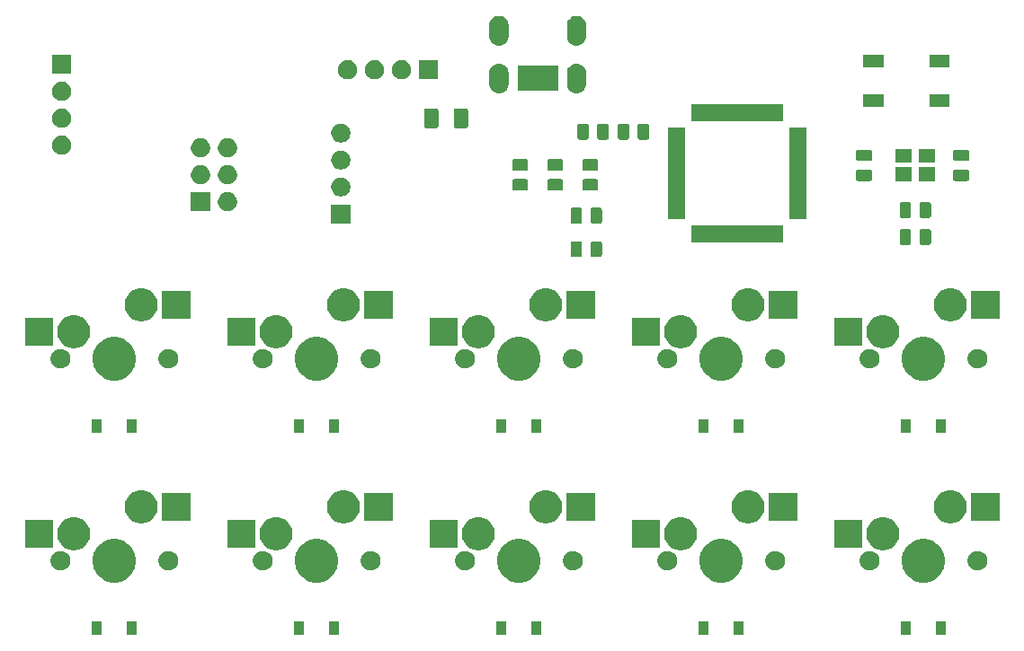
<source format=gbr>
G04 #@! TF.GenerationSoftware,KiCad,Pcbnew,(5.1.5)-3*
G04 #@! TF.CreationDate,2020-04-08T16:54:26+08:00*
G04 #@! TF.ProjectId,KaChi-Juu Macropad,4b614368-692d-44a7-9575-204d6163726f,rev?*
G04 #@! TF.SameCoordinates,Original*
G04 #@! TF.FileFunction,Soldermask,Bot*
G04 #@! TF.FilePolarity,Negative*
%FSLAX46Y46*%
G04 Gerber Fmt 4.6, Leading zero omitted, Abs format (unit mm)*
G04 Created by KiCad (PCBNEW (5.1.5)-3) date 2020-04-08 16:54:26*
%MOMM*%
%LPD*%
G04 APERTURE LIST*
%ADD10C,0.100000*%
G04 APERTURE END LIST*
D10*
G36*
X71876000Y-75263500D02*
G01*
X70874000Y-75263500D01*
X70874000Y-73961500D01*
X71876000Y-73961500D01*
X71876000Y-75263500D01*
G37*
G36*
X75176000Y-75263500D02*
G01*
X74174000Y-75263500D01*
X74174000Y-73961500D01*
X75176000Y-73961500D01*
X75176000Y-75263500D01*
G37*
G36*
X90926000Y-75263500D02*
G01*
X89924000Y-75263500D01*
X89924000Y-73961500D01*
X90926000Y-73961500D01*
X90926000Y-75263500D01*
G37*
G36*
X94226000Y-75263500D02*
G01*
X93224000Y-75263500D01*
X93224000Y-73961500D01*
X94226000Y-73961500D01*
X94226000Y-75263500D01*
G37*
G36*
X109976000Y-75263500D02*
G01*
X108974000Y-75263500D01*
X108974000Y-73961500D01*
X109976000Y-73961500D01*
X109976000Y-75263500D01*
G37*
G36*
X113276000Y-75263500D02*
G01*
X112274000Y-75263500D01*
X112274000Y-73961500D01*
X113276000Y-73961500D01*
X113276000Y-75263500D01*
G37*
G36*
X129026000Y-75263500D02*
G01*
X128024000Y-75263500D01*
X128024000Y-73961500D01*
X129026000Y-73961500D01*
X129026000Y-75263500D01*
G37*
G36*
X132326000Y-75263500D02*
G01*
X131324000Y-75263500D01*
X131324000Y-73961500D01*
X132326000Y-73961500D01*
X132326000Y-75263500D01*
G37*
G36*
X151376000Y-75263500D02*
G01*
X150374000Y-75263500D01*
X150374000Y-73961500D01*
X151376000Y-73961500D01*
X151376000Y-75263500D01*
G37*
G36*
X148076000Y-75263500D02*
G01*
X147074000Y-75263500D01*
X147074000Y-73961500D01*
X148076000Y-73961500D01*
X148076000Y-75263500D01*
G37*
G36*
X130771474Y-66296184D02*
G01*
X130989474Y-66386483D01*
X131143623Y-66450333D01*
X131478548Y-66674123D01*
X131763377Y-66958952D01*
X131987167Y-67293877D01*
X132019562Y-67372086D01*
X132141316Y-67666026D01*
X132219900Y-68061094D01*
X132219900Y-68463906D01*
X132141316Y-68858974D01*
X132090451Y-68981772D01*
X131987167Y-69231123D01*
X131763377Y-69566048D01*
X131478548Y-69850877D01*
X131143623Y-70074667D01*
X130989474Y-70138517D01*
X130771474Y-70228816D01*
X130376406Y-70307400D01*
X129973594Y-70307400D01*
X129578526Y-70228816D01*
X129360526Y-70138517D01*
X129206377Y-70074667D01*
X128871452Y-69850877D01*
X128586623Y-69566048D01*
X128362833Y-69231123D01*
X128259549Y-68981772D01*
X128208684Y-68858974D01*
X128130100Y-68463906D01*
X128130100Y-68061094D01*
X128208684Y-67666026D01*
X128330438Y-67372086D01*
X128362833Y-67293877D01*
X128586623Y-66958952D01*
X128871452Y-66674123D01*
X129206377Y-66450333D01*
X129360526Y-66386483D01*
X129578526Y-66296184D01*
X129973594Y-66217600D01*
X130376406Y-66217600D01*
X130771474Y-66296184D01*
G37*
G36*
X149821474Y-66296184D02*
G01*
X150039474Y-66386483D01*
X150193623Y-66450333D01*
X150528548Y-66674123D01*
X150813377Y-66958952D01*
X151037167Y-67293877D01*
X151069562Y-67372086D01*
X151191316Y-67666026D01*
X151269900Y-68061094D01*
X151269900Y-68463906D01*
X151191316Y-68858974D01*
X151140451Y-68981772D01*
X151037167Y-69231123D01*
X150813377Y-69566048D01*
X150528548Y-69850877D01*
X150193623Y-70074667D01*
X150039474Y-70138517D01*
X149821474Y-70228816D01*
X149426406Y-70307400D01*
X149023594Y-70307400D01*
X148628526Y-70228816D01*
X148410526Y-70138517D01*
X148256377Y-70074667D01*
X147921452Y-69850877D01*
X147636623Y-69566048D01*
X147412833Y-69231123D01*
X147309549Y-68981772D01*
X147258684Y-68858974D01*
X147180100Y-68463906D01*
X147180100Y-68061094D01*
X147258684Y-67666026D01*
X147380438Y-67372086D01*
X147412833Y-67293877D01*
X147636623Y-66958952D01*
X147921452Y-66674123D01*
X148256377Y-66450333D01*
X148410526Y-66386483D01*
X148628526Y-66296184D01*
X149023594Y-66217600D01*
X149426406Y-66217600D01*
X149821474Y-66296184D01*
G37*
G36*
X73621474Y-66296184D02*
G01*
X73839474Y-66386483D01*
X73993623Y-66450333D01*
X74328548Y-66674123D01*
X74613377Y-66958952D01*
X74837167Y-67293877D01*
X74869562Y-67372086D01*
X74991316Y-67666026D01*
X75069900Y-68061094D01*
X75069900Y-68463906D01*
X74991316Y-68858974D01*
X74940451Y-68981772D01*
X74837167Y-69231123D01*
X74613377Y-69566048D01*
X74328548Y-69850877D01*
X73993623Y-70074667D01*
X73839474Y-70138517D01*
X73621474Y-70228816D01*
X73226406Y-70307400D01*
X72823594Y-70307400D01*
X72428526Y-70228816D01*
X72210526Y-70138517D01*
X72056377Y-70074667D01*
X71721452Y-69850877D01*
X71436623Y-69566048D01*
X71212833Y-69231123D01*
X71109549Y-68981772D01*
X71058684Y-68858974D01*
X70980100Y-68463906D01*
X70980100Y-68061094D01*
X71058684Y-67666026D01*
X71180438Y-67372086D01*
X71212833Y-67293877D01*
X71436623Y-66958952D01*
X71721452Y-66674123D01*
X72056377Y-66450333D01*
X72210526Y-66386483D01*
X72428526Y-66296184D01*
X72823594Y-66217600D01*
X73226406Y-66217600D01*
X73621474Y-66296184D01*
G37*
G36*
X92671474Y-66296184D02*
G01*
X92889474Y-66386483D01*
X93043623Y-66450333D01*
X93378548Y-66674123D01*
X93663377Y-66958952D01*
X93887167Y-67293877D01*
X93919562Y-67372086D01*
X94041316Y-67666026D01*
X94119900Y-68061094D01*
X94119900Y-68463906D01*
X94041316Y-68858974D01*
X93990451Y-68981772D01*
X93887167Y-69231123D01*
X93663377Y-69566048D01*
X93378548Y-69850877D01*
X93043623Y-70074667D01*
X92889474Y-70138517D01*
X92671474Y-70228816D01*
X92276406Y-70307400D01*
X91873594Y-70307400D01*
X91478526Y-70228816D01*
X91260526Y-70138517D01*
X91106377Y-70074667D01*
X90771452Y-69850877D01*
X90486623Y-69566048D01*
X90262833Y-69231123D01*
X90159549Y-68981772D01*
X90108684Y-68858974D01*
X90030100Y-68463906D01*
X90030100Y-68061094D01*
X90108684Y-67666026D01*
X90230438Y-67372086D01*
X90262833Y-67293877D01*
X90486623Y-66958952D01*
X90771452Y-66674123D01*
X91106377Y-66450333D01*
X91260526Y-66386483D01*
X91478526Y-66296184D01*
X91873594Y-66217600D01*
X92276406Y-66217600D01*
X92671474Y-66296184D01*
G37*
G36*
X111721474Y-66296184D02*
G01*
X111939474Y-66386483D01*
X112093623Y-66450333D01*
X112428548Y-66674123D01*
X112713377Y-66958952D01*
X112937167Y-67293877D01*
X112969562Y-67372086D01*
X113091316Y-67666026D01*
X113169900Y-68061094D01*
X113169900Y-68463906D01*
X113091316Y-68858974D01*
X113040451Y-68981772D01*
X112937167Y-69231123D01*
X112713377Y-69566048D01*
X112428548Y-69850877D01*
X112093623Y-70074667D01*
X111939474Y-70138517D01*
X111721474Y-70228816D01*
X111326406Y-70307400D01*
X110923594Y-70307400D01*
X110528526Y-70228816D01*
X110310526Y-70138517D01*
X110156377Y-70074667D01*
X109821452Y-69850877D01*
X109536623Y-69566048D01*
X109312833Y-69231123D01*
X109209549Y-68981772D01*
X109158684Y-68858974D01*
X109080100Y-68463906D01*
X109080100Y-68061094D01*
X109158684Y-67666026D01*
X109280438Y-67372086D01*
X109312833Y-67293877D01*
X109536623Y-66958952D01*
X109821452Y-66674123D01*
X110156377Y-66450333D01*
X110310526Y-66386483D01*
X110528526Y-66296184D01*
X110923594Y-66217600D01*
X111326406Y-66217600D01*
X111721474Y-66296184D01*
G37*
G36*
X68215104Y-67372085D02*
G01*
X68383626Y-67441889D01*
X68535291Y-67543228D01*
X68664272Y-67672209D01*
X68765611Y-67823874D01*
X68835415Y-67992396D01*
X68871000Y-68171297D01*
X68871000Y-68353703D01*
X68835415Y-68532604D01*
X68765611Y-68701126D01*
X68664272Y-68852791D01*
X68535291Y-68981772D01*
X68383626Y-69083111D01*
X68215104Y-69152915D01*
X68036203Y-69188500D01*
X67853797Y-69188500D01*
X67674896Y-69152915D01*
X67506374Y-69083111D01*
X67354709Y-68981772D01*
X67225728Y-68852791D01*
X67124389Y-68701126D01*
X67054585Y-68532604D01*
X67019000Y-68353703D01*
X67019000Y-68171297D01*
X67054585Y-67992396D01*
X67124389Y-67823874D01*
X67225728Y-67672209D01*
X67354709Y-67543228D01*
X67506374Y-67441889D01*
X67674896Y-67372085D01*
X67853797Y-67336500D01*
X68036203Y-67336500D01*
X68215104Y-67372085D01*
G37*
G36*
X154575104Y-67372085D02*
G01*
X154743626Y-67441889D01*
X154895291Y-67543228D01*
X155024272Y-67672209D01*
X155125611Y-67823874D01*
X155195415Y-67992396D01*
X155231000Y-68171297D01*
X155231000Y-68353703D01*
X155195415Y-68532604D01*
X155125611Y-68701126D01*
X155024272Y-68852791D01*
X154895291Y-68981772D01*
X154743626Y-69083111D01*
X154575104Y-69152915D01*
X154396203Y-69188500D01*
X154213797Y-69188500D01*
X154034896Y-69152915D01*
X153866374Y-69083111D01*
X153714709Y-68981772D01*
X153585728Y-68852791D01*
X153484389Y-68701126D01*
X153414585Y-68532604D01*
X153379000Y-68353703D01*
X153379000Y-68171297D01*
X153414585Y-67992396D01*
X153484389Y-67823874D01*
X153585728Y-67672209D01*
X153714709Y-67543228D01*
X153866374Y-67441889D01*
X154034896Y-67372085D01*
X154213797Y-67336500D01*
X154396203Y-67336500D01*
X154575104Y-67372085D01*
G37*
G36*
X144415104Y-67372085D02*
G01*
X144583626Y-67441889D01*
X144735291Y-67543228D01*
X144864272Y-67672209D01*
X144965611Y-67823874D01*
X145035415Y-67992396D01*
X145071000Y-68171297D01*
X145071000Y-68353703D01*
X145035415Y-68532604D01*
X144965611Y-68701126D01*
X144864272Y-68852791D01*
X144735291Y-68981772D01*
X144583626Y-69083111D01*
X144415104Y-69152915D01*
X144236203Y-69188500D01*
X144053797Y-69188500D01*
X143874896Y-69152915D01*
X143706374Y-69083111D01*
X143554709Y-68981772D01*
X143425728Y-68852791D01*
X143324389Y-68701126D01*
X143254585Y-68532604D01*
X143219000Y-68353703D01*
X143219000Y-68171297D01*
X143254585Y-67992396D01*
X143324389Y-67823874D01*
X143425728Y-67672209D01*
X143554709Y-67543228D01*
X143706374Y-67441889D01*
X143874896Y-67372085D01*
X144053797Y-67336500D01*
X144236203Y-67336500D01*
X144415104Y-67372085D01*
G37*
G36*
X135525104Y-67372085D02*
G01*
X135693626Y-67441889D01*
X135845291Y-67543228D01*
X135974272Y-67672209D01*
X136075611Y-67823874D01*
X136145415Y-67992396D01*
X136181000Y-68171297D01*
X136181000Y-68353703D01*
X136145415Y-68532604D01*
X136075611Y-68701126D01*
X135974272Y-68852791D01*
X135845291Y-68981772D01*
X135693626Y-69083111D01*
X135525104Y-69152915D01*
X135346203Y-69188500D01*
X135163797Y-69188500D01*
X134984896Y-69152915D01*
X134816374Y-69083111D01*
X134664709Y-68981772D01*
X134535728Y-68852791D01*
X134434389Y-68701126D01*
X134364585Y-68532604D01*
X134329000Y-68353703D01*
X134329000Y-68171297D01*
X134364585Y-67992396D01*
X134434389Y-67823874D01*
X134535728Y-67672209D01*
X134664709Y-67543228D01*
X134816374Y-67441889D01*
X134984896Y-67372085D01*
X135163797Y-67336500D01*
X135346203Y-67336500D01*
X135525104Y-67372085D01*
G37*
G36*
X125365104Y-67372085D02*
G01*
X125533626Y-67441889D01*
X125685291Y-67543228D01*
X125814272Y-67672209D01*
X125915611Y-67823874D01*
X125985415Y-67992396D01*
X126021000Y-68171297D01*
X126021000Y-68353703D01*
X125985415Y-68532604D01*
X125915611Y-68701126D01*
X125814272Y-68852791D01*
X125685291Y-68981772D01*
X125533626Y-69083111D01*
X125365104Y-69152915D01*
X125186203Y-69188500D01*
X125003797Y-69188500D01*
X124824896Y-69152915D01*
X124656374Y-69083111D01*
X124504709Y-68981772D01*
X124375728Y-68852791D01*
X124274389Y-68701126D01*
X124204585Y-68532604D01*
X124169000Y-68353703D01*
X124169000Y-68171297D01*
X124204585Y-67992396D01*
X124274389Y-67823874D01*
X124375728Y-67672209D01*
X124504709Y-67543228D01*
X124656374Y-67441889D01*
X124824896Y-67372085D01*
X125003797Y-67336500D01*
X125186203Y-67336500D01*
X125365104Y-67372085D01*
G37*
G36*
X116475104Y-67372085D02*
G01*
X116643626Y-67441889D01*
X116795291Y-67543228D01*
X116924272Y-67672209D01*
X117025611Y-67823874D01*
X117095415Y-67992396D01*
X117131000Y-68171297D01*
X117131000Y-68353703D01*
X117095415Y-68532604D01*
X117025611Y-68701126D01*
X116924272Y-68852791D01*
X116795291Y-68981772D01*
X116643626Y-69083111D01*
X116475104Y-69152915D01*
X116296203Y-69188500D01*
X116113797Y-69188500D01*
X115934896Y-69152915D01*
X115766374Y-69083111D01*
X115614709Y-68981772D01*
X115485728Y-68852791D01*
X115384389Y-68701126D01*
X115314585Y-68532604D01*
X115279000Y-68353703D01*
X115279000Y-68171297D01*
X115314585Y-67992396D01*
X115384389Y-67823874D01*
X115485728Y-67672209D01*
X115614709Y-67543228D01*
X115766374Y-67441889D01*
X115934896Y-67372085D01*
X116113797Y-67336500D01*
X116296203Y-67336500D01*
X116475104Y-67372085D01*
G37*
G36*
X106315104Y-67372085D02*
G01*
X106483626Y-67441889D01*
X106635291Y-67543228D01*
X106764272Y-67672209D01*
X106865611Y-67823874D01*
X106935415Y-67992396D01*
X106971000Y-68171297D01*
X106971000Y-68353703D01*
X106935415Y-68532604D01*
X106865611Y-68701126D01*
X106764272Y-68852791D01*
X106635291Y-68981772D01*
X106483626Y-69083111D01*
X106315104Y-69152915D01*
X106136203Y-69188500D01*
X105953797Y-69188500D01*
X105774896Y-69152915D01*
X105606374Y-69083111D01*
X105454709Y-68981772D01*
X105325728Y-68852791D01*
X105224389Y-68701126D01*
X105154585Y-68532604D01*
X105119000Y-68353703D01*
X105119000Y-68171297D01*
X105154585Y-67992396D01*
X105224389Y-67823874D01*
X105325728Y-67672209D01*
X105454709Y-67543228D01*
X105606374Y-67441889D01*
X105774896Y-67372085D01*
X105953797Y-67336500D01*
X106136203Y-67336500D01*
X106315104Y-67372085D01*
G37*
G36*
X97425104Y-67372085D02*
G01*
X97593626Y-67441889D01*
X97745291Y-67543228D01*
X97874272Y-67672209D01*
X97975611Y-67823874D01*
X98045415Y-67992396D01*
X98081000Y-68171297D01*
X98081000Y-68353703D01*
X98045415Y-68532604D01*
X97975611Y-68701126D01*
X97874272Y-68852791D01*
X97745291Y-68981772D01*
X97593626Y-69083111D01*
X97425104Y-69152915D01*
X97246203Y-69188500D01*
X97063797Y-69188500D01*
X96884896Y-69152915D01*
X96716374Y-69083111D01*
X96564709Y-68981772D01*
X96435728Y-68852791D01*
X96334389Y-68701126D01*
X96264585Y-68532604D01*
X96229000Y-68353703D01*
X96229000Y-68171297D01*
X96264585Y-67992396D01*
X96334389Y-67823874D01*
X96435728Y-67672209D01*
X96564709Y-67543228D01*
X96716374Y-67441889D01*
X96884896Y-67372085D01*
X97063797Y-67336500D01*
X97246203Y-67336500D01*
X97425104Y-67372085D01*
G37*
G36*
X87265104Y-67372085D02*
G01*
X87433626Y-67441889D01*
X87585291Y-67543228D01*
X87714272Y-67672209D01*
X87815611Y-67823874D01*
X87885415Y-67992396D01*
X87921000Y-68171297D01*
X87921000Y-68353703D01*
X87885415Y-68532604D01*
X87815611Y-68701126D01*
X87714272Y-68852791D01*
X87585291Y-68981772D01*
X87433626Y-69083111D01*
X87265104Y-69152915D01*
X87086203Y-69188500D01*
X86903797Y-69188500D01*
X86724896Y-69152915D01*
X86556374Y-69083111D01*
X86404709Y-68981772D01*
X86275728Y-68852791D01*
X86174389Y-68701126D01*
X86104585Y-68532604D01*
X86069000Y-68353703D01*
X86069000Y-68171297D01*
X86104585Y-67992396D01*
X86174389Y-67823874D01*
X86275728Y-67672209D01*
X86404709Y-67543228D01*
X86556374Y-67441889D01*
X86724896Y-67372085D01*
X86903797Y-67336500D01*
X87086203Y-67336500D01*
X87265104Y-67372085D01*
G37*
G36*
X78375104Y-67372085D02*
G01*
X78543626Y-67441889D01*
X78695291Y-67543228D01*
X78824272Y-67672209D01*
X78925611Y-67823874D01*
X78995415Y-67992396D01*
X79031000Y-68171297D01*
X79031000Y-68353703D01*
X78995415Y-68532604D01*
X78925611Y-68701126D01*
X78824272Y-68852791D01*
X78695291Y-68981772D01*
X78543626Y-69083111D01*
X78375104Y-69152915D01*
X78196203Y-69188500D01*
X78013797Y-69188500D01*
X77834896Y-69152915D01*
X77666374Y-69083111D01*
X77514709Y-68981772D01*
X77385728Y-68852791D01*
X77284389Y-68701126D01*
X77214585Y-68532604D01*
X77179000Y-68353703D01*
X77179000Y-68171297D01*
X77214585Y-67992396D01*
X77284389Y-67823874D01*
X77385728Y-67672209D01*
X77514709Y-67543228D01*
X77666374Y-67441889D01*
X77834896Y-67372085D01*
X78013797Y-67336500D01*
X78196203Y-67336500D01*
X78375104Y-67372085D01*
G37*
G36*
X69517585Y-64201302D02*
G01*
X69667410Y-64231104D01*
X69949674Y-64348021D01*
X70203705Y-64517759D01*
X70419741Y-64733795D01*
X70589479Y-64987826D01*
X70706396Y-65270090D01*
X70766000Y-65569740D01*
X70766000Y-65875260D01*
X70706396Y-66174910D01*
X70589479Y-66457174D01*
X70419741Y-66711205D01*
X70203705Y-66927241D01*
X69949674Y-67096979D01*
X69667410Y-67213896D01*
X69517585Y-67243698D01*
X69367761Y-67273500D01*
X69062239Y-67273500D01*
X68912415Y-67243698D01*
X68762590Y-67213896D01*
X68480326Y-67096979D01*
X68226295Y-66927241D01*
X68010259Y-66711205D01*
X67840521Y-66457174D01*
X67723604Y-66174910D01*
X67664000Y-65875260D01*
X67664000Y-65569740D01*
X67723604Y-65270090D01*
X67840521Y-64987826D01*
X68010259Y-64733795D01*
X68226295Y-64517759D01*
X68480326Y-64348021D01*
X68762590Y-64231104D01*
X68912415Y-64201302D01*
X69062239Y-64171500D01*
X69367761Y-64171500D01*
X69517585Y-64201302D01*
G37*
G36*
X88567585Y-64201302D02*
G01*
X88717410Y-64231104D01*
X88999674Y-64348021D01*
X89253705Y-64517759D01*
X89469741Y-64733795D01*
X89639479Y-64987826D01*
X89756396Y-65270090D01*
X89816000Y-65569740D01*
X89816000Y-65875260D01*
X89756396Y-66174910D01*
X89639479Y-66457174D01*
X89469741Y-66711205D01*
X89253705Y-66927241D01*
X88999674Y-67096979D01*
X88717410Y-67213896D01*
X88567585Y-67243698D01*
X88417761Y-67273500D01*
X88112239Y-67273500D01*
X87962415Y-67243698D01*
X87812590Y-67213896D01*
X87530326Y-67096979D01*
X87276295Y-66927241D01*
X87060259Y-66711205D01*
X86890521Y-66457174D01*
X86773604Y-66174910D01*
X86714000Y-65875260D01*
X86714000Y-65569740D01*
X86773604Y-65270090D01*
X86890521Y-64987826D01*
X87060259Y-64733795D01*
X87276295Y-64517759D01*
X87530326Y-64348021D01*
X87812590Y-64231104D01*
X87962415Y-64201302D01*
X88112239Y-64171500D01*
X88417761Y-64171500D01*
X88567585Y-64201302D01*
G37*
G36*
X107617585Y-64201302D02*
G01*
X107767410Y-64231104D01*
X108049674Y-64348021D01*
X108303705Y-64517759D01*
X108519741Y-64733795D01*
X108689479Y-64987826D01*
X108806396Y-65270090D01*
X108866000Y-65569740D01*
X108866000Y-65875260D01*
X108806396Y-66174910D01*
X108689479Y-66457174D01*
X108519741Y-66711205D01*
X108303705Y-66927241D01*
X108049674Y-67096979D01*
X107767410Y-67213896D01*
X107617585Y-67243698D01*
X107467761Y-67273500D01*
X107162239Y-67273500D01*
X107012415Y-67243698D01*
X106862590Y-67213896D01*
X106580326Y-67096979D01*
X106326295Y-66927241D01*
X106110259Y-66711205D01*
X105940521Y-66457174D01*
X105823604Y-66174910D01*
X105764000Y-65875260D01*
X105764000Y-65569740D01*
X105823604Y-65270090D01*
X105940521Y-64987826D01*
X106110259Y-64733795D01*
X106326295Y-64517759D01*
X106580326Y-64348021D01*
X106862590Y-64231104D01*
X107012415Y-64201302D01*
X107162239Y-64171500D01*
X107467761Y-64171500D01*
X107617585Y-64201302D01*
G37*
G36*
X126667585Y-64201302D02*
G01*
X126817410Y-64231104D01*
X127099674Y-64348021D01*
X127353705Y-64517759D01*
X127569741Y-64733795D01*
X127739479Y-64987826D01*
X127856396Y-65270090D01*
X127916000Y-65569740D01*
X127916000Y-65875260D01*
X127856396Y-66174910D01*
X127739479Y-66457174D01*
X127569741Y-66711205D01*
X127353705Y-66927241D01*
X127099674Y-67096979D01*
X126817410Y-67213896D01*
X126667585Y-67243698D01*
X126517761Y-67273500D01*
X126212239Y-67273500D01*
X126062415Y-67243698D01*
X125912590Y-67213896D01*
X125630326Y-67096979D01*
X125376295Y-66927241D01*
X125160259Y-66711205D01*
X124990521Y-66457174D01*
X124873604Y-66174910D01*
X124814000Y-65875260D01*
X124814000Y-65569740D01*
X124873604Y-65270090D01*
X124990521Y-64987826D01*
X125160259Y-64733795D01*
X125376295Y-64517759D01*
X125630326Y-64348021D01*
X125912590Y-64231104D01*
X126062415Y-64201302D01*
X126212239Y-64171500D01*
X126517761Y-64171500D01*
X126667585Y-64201302D01*
G37*
G36*
X145717585Y-64201302D02*
G01*
X145867410Y-64231104D01*
X146149674Y-64348021D01*
X146403705Y-64517759D01*
X146619741Y-64733795D01*
X146789479Y-64987826D01*
X146906396Y-65270090D01*
X146966000Y-65569740D01*
X146966000Y-65875260D01*
X146906396Y-66174910D01*
X146789479Y-66457174D01*
X146619741Y-66711205D01*
X146403705Y-66927241D01*
X146149674Y-67096979D01*
X145867410Y-67213896D01*
X145717585Y-67243698D01*
X145567761Y-67273500D01*
X145262239Y-67273500D01*
X145112415Y-67243698D01*
X144962590Y-67213896D01*
X144680326Y-67096979D01*
X144426295Y-66927241D01*
X144210259Y-66711205D01*
X144040521Y-66457174D01*
X143923604Y-66174910D01*
X143864000Y-65875260D01*
X143864000Y-65569740D01*
X143923604Y-65270090D01*
X144040521Y-64987826D01*
X144210259Y-64733795D01*
X144426295Y-64517759D01*
X144680326Y-64348021D01*
X144962590Y-64231104D01*
X145112415Y-64201302D01*
X145262239Y-64171500D01*
X145567761Y-64171500D01*
X145717585Y-64201302D01*
G37*
G36*
X143466000Y-67023500D02*
G01*
X140814000Y-67023500D01*
X140814000Y-64421500D01*
X143466000Y-64421500D01*
X143466000Y-67023500D01*
G37*
G36*
X67266000Y-67023500D02*
G01*
X64614000Y-67023500D01*
X64614000Y-64421500D01*
X67266000Y-64421500D01*
X67266000Y-67023500D01*
G37*
G36*
X86316000Y-67023500D02*
G01*
X83664000Y-67023500D01*
X83664000Y-64421500D01*
X86316000Y-64421500D01*
X86316000Y-67023500D01*
G37*
G36*
X105366000Y-67023500D02*
G01*
X102714000Y-67023500D01*
X102714000Y-64421500D01*
X105366000Y-64421500D01*
X105366000Y-67023500D01*
G37*
G36*
X124416000Y-67023500D02*
G01*
X121764000Y-67023500D01*
X121764000Y-64421500D01*
X124416000Y-64421500D01*
X124416000Y-67023500D01*
G37*
G36*
X113967585Y-61661302D02*
G01*
X114117410Y-61691104D01*
X114399674Y-61808021D01*
X114653705Y-61977759D01*
X114869741Y-62193795D01*
X115039479Y-62447826D01*
X115156396Y-62730090D01*
X115216000Y-63029740D01*
X115216000Y-63335260D01*
X115156396Y-63634910D01*
X115039479Y-63917174D01*
X114869741Y-64171205D01*
X114653705Y-64387241D01*
X114399674Y-64556979D01*
X114117410Y-64673896D01*
X113967585Y-64703698D01*
X113817761Y-64733500D01*
X113512239Y-64733500D01*
X113362415Y-64703698D01*
X113212590Y-64673896D01*
X112930326Y-64556979D01*
X112676295Y-64387241D01*
X112460259Y-64171205D01*
X112290521Y-63917174D01*
X112173604Y-63634910D01*
X112114000Y-63335260D01*
X112114000Y-63029740D01*
X112173604Y-62730090D01*
X112290521Y-62447826D01*
X112460259Y-62193795D01*
X112676295Y-61977759D01*
X112930326Y-61808021D01*
X113212590Y-61691104D01*
X113362415Y-61661302D01*
X113512239Y-61631500D01*
X113817761Y-61631500D01*
X113967585Y-61661302D01*
G37*
G36*
X152067585Y-61661302D02*
G01*
X152217410Y-61691104D01*
X152499674Y-61808021D01*
X152753705Y-61977759D01*
X152969741Y-62193795D01*
X153139479Y-62447826D01*
X153256396Y-62730090D01*
X153316000Y-63029740D01*
X153316000Y-63335260D01*
X153256396Y-63634910D01*
X153139479Y-63917174D01*
X152969741Y-64171205D01*
X152753705Y-64387241D01*
X152499674Y-64556979D01*
X152217410Y-64673896D01*
X152067585Y-64703698D01*
X151917761Y-64733500D01*
X151612239Y-64733500D01*
X151462415Y-64703698D01*
X151312590Y-64673896D01*
X151030326Y-64556979D01*
X150776295Y-64387241D01*
X150560259Y-64171205D01*
X150390521Y-63917174D01*
X150273604Y-63634910D01*
X150214000Y-63335260D01*
X150214000Y-63029740D01*
X150273604Y-62730090D01*
X150390521Y-62447826D01*
X150560259Y-62193795D01*
X150776295Y-61977759D01*
X151030326Y-61808021D01*
X151312590Y-61691104D01*
X151462415Y-61661302D01*
X151612239Y-61631500D01*
X151917761Y-61631500D01*
X152067585Y-61661302D01*
G37*
G36*
X75867585Y-61661302D02*
G01*
X76017410Y-61691104D01*
X76299674Y-61808021D01*
X76553705Y-61977759D01*
X76769741Y-62193795D01*
X76939479Y-62447826D01*
X77056396Y-62730090D01*
X77116000Y-63029740D01*
X77116000Y-63335260D01*
X77056396Y-63634910D01*
X76939479Y-63917174D01*
X76769741Y-64171205D01*
X76553705Y-64387241D01*
X76299674Y-64556979D01*
X76017410Y-64673896D01*
X75867585Y-64703698D01*
X75717761Y-64733500D01*
X75412239Y-64733500D01*
X75262415Y-64703698D01*
X75112590Y-64673896D01*
X74830326Y-64556979D01*
X74576295Y-64387241D01*
X74360259Y-64171205D01*
X74190521Y-63917174D01*
X74073604Y-63634910D01*
X74014000Y-63335260D01*
X74014000Y-63029740D01*
X74073604Y-62730090D01*
X74190521Y-62447826D01*
X74360259Y-62193795D01*
X74576295Y-61977759D01*
X74830326Y-61808021D01*
X75112590Y-61691104D01*
X75262415Y-61661302D01*
X75412239Y-61631500D01*
X75717761Y-61631500D01*
X75867585Y-61661302D01*
G37*
G36*
X94917585Y-61661302D02*
G01*
X95067410Y-61691104D01*
X95349674Y-61808021D01*
X95603705Y-61977759D01*
X95819741Y-62193795D01*
X95989479Y-62447826D01*
X96106396Y-62730090D01*
X96166000Y-63029740D01*
X96166000Y-63335260D01*
X96106396Y-63634910D01*
X95989479Y-63917174D01*
X95819741Y-64171205D01*
X95603705Y-64387241D01*
X95349674Y-64556979D01*
X95067410Y-64673896D01*
X94917585Y-64703698D01*
X94767761Y-64733500D01*
X94462239Y-64733500D01*
X94312415Y-64703698D01*
X94162590Y-64673896D01*
X93880326Y-64556979D01*
X93626295Y-64387241D01*
X93410259Y-64171205D01*
X93240521Y-63917174D01*
X93123604Y-63634910D01*
X93064000Y-63335260D01*
X93064000Y-63029740D01*
X93123604Y-62730090D01*
X93240521Y-62447826D01*
X93410259Y-62193795D01*
X93626295Y-61977759D01*
X93880326Y-61808021D01*
X94162590Y-61691104D01*
X94312415Y-61661302D01*
X94462239Y-61631500D01*
X94767761Y-61631500D01*
X94917585Y-61661302D01*
G37*
G36*
X133017585Y-61661302D02*
G01*
X133167410Y-61691104D01*
X133449674Y-61808021D01*
X133703705Y-61977759D01*
X133919741Y-62193795D01*
X134089479Y-62447826D01*
X134206396Y-62730090D01*
X134266000Y-63029740D01*
X134266000Y-63335260D01*
X134206396Y-63634910D01*
X134089479Y-63917174D01*
X133919741Y-64171205D01*
X133703705Y-64387241D01*
X133449674Y-64556979D01*
X133167410Y-64673896D01*
X133017585Y-64703698D01*
X132867761Y-64733500D01*
X132562239Y-64733500D01*
X132412415Y-64703698D01*
X132262590Y-64673896D01*
X131980326Y-64556979D01*
X131726295Y-64387241D01*
X131510259Y-64171205D01*
X131340521Y-63917174D01*
X131223604Y-63634910D01*
X131164000Y-63335260D01*
X131164000Y-63029740D01*
X131223604Y-62730090D01*
X131340521Y-62447826D01*
X131510259Y-62193795D01*
X131726295Y-61977759D01*
X131980326Y-61808021D01*
X132262590Y-61691104D01*
X132412415Y-61661302D01*
X132562239Y-61631500D01*
X132867761Y-61631500D01*
X133017585Y-61661302D01*
G37*
G36*
X156393000Y-64483500D02*
G01*
X153741000Y-64483500D01*
X153741000Y-61881500D01*
X156393000Y-61881500D01*
X156393000Y-64483500D01*
G37*
G36*
X99243000Y-64483500D02*
G01*
X96591000Y-64483500D01*
X96591000Y-61881500D01*
X99243000Y-61881500D01*
X99243000Y-64483500D01*
G37*
G36*
X80193000Y-64483500D02*
G01*
X77541000Y-64483500D01*
X77541000Y-61881500D01*
X80193000Y-61881500D01*
X80193000Y-64483500D01*
G37*
G36*
X118293000Y-64483500D02*
G01*
X115641000Y-64483500D01*
X115641000Y-61881500D01*
X118293000Y-61881500D01*
X118293000Y-64483500D01*
G37*
G36*
X137343000Y-64483500D02*
G01*
X134691000Y-64483500D01*
X134691000Y-61881500D01*
X137343000Y-61881500D01*
X137343000Y-64483500D01*
G37*
G36*
X129026000Y-56213500D02*
G01*
X128024000Y-56213500D01*
X128024000Y-54911500D01*
X129026000Y-54911500D01*
X129026000Y-56213500D01*
G37*
G36*
X71876000Y-56213500D02*
G01*
X70874000Y-56213500D01*
X70874000Y-54911500D01*
X71876000Y-54911500D01*
X71876000Y-56213500D01*
G37*
G36*
X75176000Y-56213500D02*
G01*
X74174000Y-56213500D01*
X74174000Y-54911500D01*
X75176000Y-54911500D01*
X75176000Y-56213500D01*
G37*
G36*
X90926000Y-56213500D02*
G01*
X89924000Y-56213500D01*
X89924000Y-54911500D01*
X90926000Y-54911500D01*
X90926000Y-56213500D01*
G37*
G36*
X148076000Y-56213500D02*
G01*
X147074000Y-56213500D01*
X147074000Y-54911500D01*
X148076000Y-54911500D01*
X148076000Y-56213500D01*
G37*
G36*
X132326000Y-56213500D02*
G01*
X131324000Y-56213500D01*
X131324000Y-54911500D01*
X132326000Y-54911500D01*
X132326000Y-56213500D01*
G37*
G36*
X94226000Y-56213500D02*
G01*
X93224000Y-56213500D01*
X93224000Y-54911500D01*
X94226000Y-54911500D01*
X94226000Y-56213500D01*
G37*
G36*
X109976000Y-56213500D02*
G01*
X108974000Y-56213500D01*
X108974000Y-54911500D01*
X109976000Y-54911500D01*
X109976000Y-56213500D01*
G37*
G36*
X113276000Y-56213500D02*
G01*
X112274000Y-56213500D01*
X112274000Y-54911500D01*
X113276000Y-54911500D01*
X113276000Y-56213500D01*
G37*
G36*
X151376000Y-56213500D02*
G01*
X150374000Y-56213500D01*
X150374000Y-54911500D01*
X151376000Y-54911500D01*
X151376000Y-56213500D01*
G37*
G36*
X111721474Y-47246184D02*
G01*
X111939474Y-47336483D01*
X112093623Y-47400333D01*
X112428548Y-47624123D01*
X112713377Y-47908952D01*
X112937167Y-48243877D01*
X112969562Y-48322086D01*
X113091316Y-48616026D01*
X113169900Y-49011094D01*
X113169900Y-49413906D01*
X113091316Y-49808974D01*
X113040451Y-49931772D01*
X112937167Y-50181123D01*
X112713377Y-50516048D01*
X112428548Y-50800877D01*
X112093623Y-51024667D01*
X111939474Y-51088517D01*
X111721474Y-51178816D01*
X111326406Y-51257400D01*
X110923594Y-51257400D01*
X110528526Y-51178816D01*
X110310526Y-51088517D01*
X110156377Y-51024667D01*
X109821452Y-50800877D01*
X109536623Y-50516048D01*
X109312833Y-50181123D01*
X109209549Y-49931772D01*
X109158684Y-49808974D01*
X109080100Y-49413906D01*
X109080100Y-49011094D01*
X109158684Y-48616026D01*
X109280438Y-48322086D01*
X109312833Y-48243877D01*
X109536623Y-47908952D01*
X109821452Y-47624123D01*
X110156377Y-47400333D01*
X110310526Y-47336483D01*
X110528526Y-47246184D01*
X110923594Y-47167600D01*
X111326406Y-47167600D01*
X111721474Y-47246184D01*
G37*
G36*
X73621474Y-47246184D02*
G01*
X73839474Y-47336483D01*
X73993623Y-47400333D01*
X74328548Y-47624123D01*
X74613377Y-47908952D01*
X74837167Y-48243877D01*
X74869562Y-48322086D01*
X74991316Y-48616026D01*
X75069900Y-49011094D01*
X75069900Y-49413906D01*
X74991316Y-49808974D01*
X74940451Y-49931772D01*
X74837167Y-50181123D01*
X74613377Y-50516048D01*
X74328548Y-50800877D01*
X73993623Y-51024667D01*
X73839474Y-51088517D01*
X73621474Y-51178816D01*
X73226406Y-51257400D01*
X72823594Y-51257400D01*
X72428526Y-51178816D01*
X72210526Y-51088517D01*
X72056377Y-51024667D01*
X71721452Y-50800877D01*
X71436623Y-50516048D01*
X71212833Y-50181123D01*
X71109549Y-49931772D01*
X71058684Y-49808974D01*
X70980100Y-49413906D01*
X70980100Y-49011094D01*
X71058684Y-48616026D01*
X71180438Y-48322086D01*
X71212833Y-48243877D01*
X71436623Y-47908952D01*
X71721452Y-47624123D01*
X72056377Y-47400333D01*
X72210526Y-47336483D01*
X72428526Y-47246184D01*
X72823594Y-47167600D01*
X73226406Y-47167600D01*
X73621474Y-47246184D01*
G37*
G36*
X92671474Y-47246184D02*
G01*
X92889474Y-47336483D01*
X93043623Y-47400333D01*
X93378548Y-47624123D01*
X93663377Y-47908952D01*
X93887167Y-48243877D01*
X93919562Y-48322086D01*
X94041316Y-48616026D01*
X94119900Y-49011094D01*
X94119900Y-49413906D01*
X94041316Y-49808974D01*
X93990451Y-49931772D01*
X93887167Y-50181123D01*
X93663377Y-50516048D01*
X93378548Y-50800877D01*
X93043623Y-51024667D01*
X92889474Y-51088517D01*
X92671474Y-51178816D01*
X92276406Y-51257400D01*
X91873594Y-51257400D01*
X91478526Y-51178816D01*
X91260526Y-51088517D01*
X91106377Y-51024667D01*
X90771452Y-50800877D01*
X90486623Y-50516048D01*
X90262833Y-50181123D01*
X90159549Y-49931772D01*
X90108684Y-49808974D01*
X90030100Y-49413906D01*
X90030100Y-49011094D01*
X90108684Y-48616026D01*
X90230438Y-48322086D01*
X90262833Y-48243877D01*
X90486623Y-47908952D01*
X90771452Y-47624123D01*
X91106377Y-47400333D01*
X91260526Y-47336483D01*
X91478526Y-47246184D01*
X91873594Y-47167600D01*
X92276406Y-47167600D01*
X92671474Y-47246184D01*
G37*
G36*
X149821474Y-47246184D02*
G01*
X150039474Y-47336483D01*
X150193623Y-47400333D01*
X150528548Y-47624123D01*
X150813377Y-47908952D01*
X151037167Y-48243877D01*
X151069562Y-48322086D01*
X151191316Y-48616026D01*
X151269900Y-49011094D01*
X151269900Y-49413906D01*
X151191316Y-49808974D01*
X151140451Y-49931772D01*
X151037167Y-50181123D01*
X150813377Y-50516048D01*
X150528548Y-50800877D01*
X150193623Y-51024667D01*
X150039474Y-51088517D01*
X149821474Y-51178816D01*
X149426406Y-51257400D01*
X149023594Y-51257400D01*
X148628526Y-51178816D01*
X148410526Y-51088517D01*
X148256377Y-51024667D01*
X147921452Y-50800877D01*
X147636623Y-50516048D01*
X147412833Y-50181123D01*
X147309549Y-49931772D01*
X147258684Y-49808974D01*
X147180100Y-49413906D01*
X147180100Y-49011094D01*
X147258684Y-48616026D01*
X147380438Y-48322086D01*
X147412833Y-48243877D01*
X147636623Y-47908952D01*
X147921452Y-47624123D01*
X148256377Y-47400333D01*
X148410526Y-47336483D01*
X148628526Y-47246184D01*
X149023594Y-47167600D01*
X149426406Y-47167600D01*
X149821474Y-47246184D01*
G37*
G36*
X130771474Y-47246184D02*
G01*
X130989474Y-47336483D01*
X131143623Y-47400333D01*
X131478548Y-47624123D01*
X131763377Y-47908952D01*
X131987167Y-48243877D01*
X132019562Y-48322086D01*
X132141316Y-48616026D01*
X132219900Y-49011094D01*
X132219900Y-49413906D01*
X132141316Y-49808974D01*
X132090451Y-49931772D01*
X131987167Y-50181123D01*
X131763377Y-50516048D01*
X131478548Y-50800877D01*
X131143623Y-51024667D01*
X130989474Y-51088517D01*
X130771474Y-51178816D01*
X130376406Y-51257400D01*
X129973594Y-51257400D01*
X129578526Y-51178816D01*
X129360526Y-51088517D01*
X129206377Y-51024667D01*
X128871452Y-50800877D01*
X128586623Y-50516048D01*
X128362833Y-50181123D01*
X128259549Y-49931772D01*
X128208684Y-49808974D01*
X128130100Y-49413906D01*
X128130100Y-49011094D01*
X128208684Y-48616026D01*
X128330438Y-48322086D01*
X128362833Y-48243877D01*
X128586623Y-47908952D01*
X128871452Y-47624123D01*
X129206377Y-47400333D01*
X129360526Y-47336483D01*
X129578526Y-47246184D01*
X129973594Y-47167600D01*
X130376406Y-47167600D01*
X130771474Y-47246184D01*
G37*
G36*
X116475104Y-48322085D02*
G01*
X116643626Y-48391889D01*
X116795291Y-48493228D01*
X116924272Y-48622209D01*
X117025611Y-48773874D01*
X117095415Y-48942396D01*
X117131000Y-49121297D01*
X117131000Y-49303703D01*
X117095415Y-49482604D01*
X117025611Y-49651126D01*
X116924272Y-49802791D01*
X116795291Y-49931772D01*
X116643626Y-50033111D01*
X116475104Y-50102915D01*
X116296203Y-50138500D01*
X116113797Y-50138500D01*
X115934896Y-50102915D01*
X115766374Y-50033111D01*
X115614709Y-49931772D01*
X115485728Y-49802791D01*
X115384389Y-49651126D01*
X115314585Y-49482604D01*
X115279000Y-49303703D01*
X115279000Y-49121297D01*
X115314585Y-48942396D01*
X115384389Y-48773874D01*
X115485728Y-48622209D01*
X115614709Y-48493228D01*
X115766374Y-48391889D01*
X115934896Y-48322085D01*
X116113797Y-48286500D01*
X116296203Y-48286500D01*
X116475104Y-48322085D01*
G37*
G36*
X97425104Y-48322085D02*
G01*
X97593626Y-48391889D01*
X97745291Y-48493228D01*
X97874272Y-48622209D01*
X97975611Y-48773874D01*
X98045415Y-48942396D01*
X98081000Y-49121297D01*
X98081000Y-49303703D01*
X98045415Y-49482604D01*
X97975611Y-49651126D01*
X97874272Y-49802791D01*
X97745291Y-49931772D01*
X97593626Y-50033111D01*
X97425104Y-50102915D01*
X97246203Y-50138500D01*
X97063797Y-50138500D01*
X96884896Y-50102915D01*
X96716374Y-50033111D01*
X96564709Y-49931772D01*
X96435728Y-49802791D01*
X96334389Y-49651126D01*
X96264585Y-49482604D01*
X96229000Y-49303703D01*
X96229000Y-49121297D01*
X96264585Y-48942396D01*
X96334389Y-48773874D01*
X96435728Y-48622209D01*
X96564709Y-48493228D01*
X96716374Y-48391889D01*
X96884896Y-48322085D01*
X97063797Y-48286500D01*
X97246203Y-48286500D01*
X97425104Y-48322085D01*
G37*
G36*
X106315104Y-48322085D02*
G01*
X106483626Y-48391889D01*
X106635291Y-48493228D01*
X106764272Y-48622209D01*
X106865611Y-48773874D01*
X106935415Y-48942396D01*
X106971000Y-49121297D01*
X106971000Y-49303703D01*
X106935415Y-49482604D01*
X106865611Y-49651126D01*
X106764272Y-49802791D01*
X106635291Y-49931772D01*
X106483626Y-50033111D01*
X106315104Y-50102915D01*
X106136203Y-50138500D01*
X105953797Y-50138500D01*
X105774896Y-50102915D01*
X105606374Y-50033111D01*
X105454709Y-49931772D01*
X105325728Y-49802791D01*
X105224389Y-49651126D01*
X105154585Y-49482604D01*
X105119000Y-49303703D01*
X105119000Y-49121297D01*
X105154585Y-48942396D01*
X105224389Y-48773874D01*
X105325728Y-48622209D01*
X105454709Y-48493228D01*
X105606374Y-48391889D01*
X105774896Y-48322085D01*
X105953797Y-48286500D01*
X106136203Y-48286500D01*
X106315104Y-48322085D01*
G37*
G36*
X87265104Y-48322085D02*
G01*
X87433626Y-48391889D01*
X87585291Y-48493228D01*
X87714272Y-48622209D01*
X87815611Y-48773874D01*
X87885415Y-48942396D01*
X87921000Y-49121297D01*
X87921000Y-49303703D01*
X87885415Y-49482604D01*
X87815611Y-49651126D01*
X87714272Y-49802791D01*
X87585291Y-49931772D01*
X87433626Y-50033111D01*
X87265104Y-50102915D01*
X87086203Y-50138500D01*
X86903797Y-50138500D01*
X86724896Y-50102915D01*
X86556374Y-50033111D01*
X86404709Y-49931772D01*
X86275728Y-49802791D01*
X86174389Y-49651126D01*
X86104585Y-49482604D01*
X86069000Y-49303703D01*
X86069000Y-49121297D01*
X86104585Y-48942396D01*
X86174389Y-48773874D01*
X86275728Y-48622209D01*
X86404709Y-48493228D01*
X86556374Y-48391889D01*
X86724896Y-48322085D01*
X86903797Y-48286500D01*
X87086203Y-48286500D01*
X87265104Y-48322085D01*
G37*
G36*
X154575104Y-48322085D02*
G01*
X154743626Y-48391889D01*
X154895291Y-48493228D01*
X155024272Y-48622209D01*
X155125611Y-48773874D01*
X155195415Y-48942396D01*
X155231000Y-49121297D01*
X155231000Y-49303703D01*
X155195415Y-49482604D01*
X155125611Y-49651126D01*
X155024272Y-49802791D01*
X154895291Y-49931772D01*
X154743626Y-50033111D01*
X154575104Y-50102915D01*
X154396203Y-50138500D01*
X154213797Y-50138500D01*
X154034896Y-50102915D01*
X153866374Y-50033111D01*
X153714709Y-49931772D01*
X153585728Y-49802791D01*
X153484389Y-49651126D01*
X153414585Y-49482604D01*
X153379000Y-49303703D01*
X153379000Y-49121297D01*
X153414585Y-48942396D01*
X153484389Y-48773874D01*
X153585728Y-48622209D01*
X153714709Y-48493228D01*
X153866374Y-48391889D01*
X154034896Y-48322085D01*
X154213797Y-48286500D01*
X154396203Y-48286500D01*
X154575104Y-48322085D01*
G37*
G36*
X144415104Y-48322085D02*
G01*
X144583626Y-48391889D01*
X144735291Y-48493228D01*
X144864272Y-48622209D01*
X144965611Y-48773874D01*
X145035415Y-48942396D01*
X145071000Y-49121297D01*
X145071000Y-49303703D01*
X145035415Y-49482604D01*
X144965611Y-49651126D01*
X144864272Y-49802791D01*
X144735291Y-49931772D01*
X144583626Y-50033111D01*
X144415104Y-50102915D01*
X144236203Y-50138500D01*
X144053797Y-50138500D01*
X143874896Y-50102915D01*
X143706374Y-50033111D01*
X143554709Y-49931772D01*
X143425728Y-49802791D01*
X143324389Y-49651126D01*
X143254585Y-49482604D01*
X143219000Y-49303703D01*
X143219000Y-49121297D01*
X143254585Y-48942396D01*
X143324389Y-48773874D01*
X143425728Y-48622209D01*
X143554709Y-48493228D01*
X143706374Y-48391889D01*
X143874896Y-48322085D01*
X144053797Y-48286500D01*
X144236203Y-48286500D01*
X144415104Y-48322085D01*
G37*
G36*
X68215104Y-48322085D02*
G01*
X68383626Y-48391889D01*
X68535291Y-48493228D01*
X68664272Y-48622209D01*
X68765611Y-48773874D01*
X68835415Y-48942396D01*
X68871000Y-49121297D01*
X68871000Y-49303703D01*
X68835415Y-49482604D01*
X68765611Y-49651126D01*
X68664272Y-49802791D01*
X68535291Y-49931772D01*
X68383626Y-50033111D01*
X68215104Y-50102915D01*
X68036203Y-50138500D01*
X67853797Y-50138500D01*
X67674896Y-50102915D01*
X67506374Y-50033111D01*
X67354709Y-49931772D01*
X67225728Y-49802791D01*
X67124389Y-49651126D01*
X67054585Y-49482604D01*
X67019000Y-49303703D01*
X67019000Y-49121297D01*
X67054585Y-48942396D01*
X67124389Y-48773874D01*
X67225728Y-48622209D01*
X67354709Y-48493228D01*
X67506374Y-48391889D01*
X67674896Y-48322085D01*
X67853797Y-48286500D01*
X68036203Y-48286500D01*
X68215104Y-48322085D01*
G37*
G36*
X125365104Y-48322085D02*
G01*
X125533626Y-48391889D01*
X125685291Y-48493228D01*
X125814272Y-48622209D01*
X125915611Y-48773874D01*
X125985415Y-48942396D01*
X126021000Y-49121297D01*
X126021000Y-49303703D01*
X125985415Y-49482604D01*
X125915611Y-49651126D01*
X125814272Y-49802791D01*
X125685291Y-49931772D01*
X125533626Y-50033111D01*
X125365104Y-50102915D01*
X125186203Y-50138500D01*
X125003797Y-50138500D01*
X124824896Y-50102915D01*
X124656374Y-50033111D01*
X124504709Y-49931772D01*
X124375728Y-49802791D01*
X124274389Y-49651126D01*
X124204585Y-49482604D01*
X124169000Y-49303703D01*
X124169000Y-49121297D01*
X124204585Y-48942396D01*
X124274389Y-48773874D01*
X124375728Y-48622209D01*
X124504709Y-48493228D01*
X124656374Y-48391889D01*
X124824896Y-48322085D01*
X125003797Y-48286500D01*
X125186203Y-48286500D01*
X125365104Y-48322085D01*
G37*
G36*
X135525104Y-48322085D02*
G01*
X135693626Y-48391889D01*
X135845291Y-48493228D01*
X135974272Y-48622209D01*
X136075611Y-48773874D01*
X136145415Y-48942396D01*
X136181000Y-49121297D01*
X136181000Y-49303703D01*
X136145415Y-49482604D01*
X136075611Y-49651126D01*
X135974272Y-49802791D01*
X135845291Y-49931772D01*
X135693626Y-50033111D01*
X135525104Y-50102915D01*
X135346203Y-50138500D01*
X135163797Y-50138500D01*
X134984896Y-50102915D01*
X134816374Y-50033111D01*
X134664709Y-49931772D01*
X134535728Y-49802791D01*
X134434389Y-49651126D01*
X134364585Y-49482604D01*
X134329000Y-49303703D01*
X134329000Y-49121297D01*
X134364585Y-48942396D01*
X134434389Y-48773874D01*
X134535728Y-48622209D01*
X134664709Y-48493228D01*
X134816374Y-48391889D01*
X134984896Y-48322085D01*
X135163797Y-48286500D01*
X135346203Y-48286500D01*
X135525104Y-48322085D01*
G37*
G36*
X78375104Y-48322085D02*
G01*
X78543626Y-48391889D01*
X78695291Y-48493228D01*
X78824272Y-48622209D01*
X78925611Y-48773874D01*
X78995415Y-48942396D01*
X79031000Y-49121297D01*
X79031000Y-49303703D01*
X78995415Y-49482604D01*
X78925611Y-49651126D01*
X78824272Y-49802791D01*
X78695291Y-49931772D01*
X78543626Y-50033111D01*
X78375104Y-50102915D01*
X78196203Y-50138500D01*
X78013797Y-50138500D01*
X77834896Y-50102915D01*
X77666374Y-50033111D01*
X77514709Y-49931772D01*
X77385728Y-49802791D01*
X77284389Y-49651126D01*
X77214585Y-49482604D01*
X77179000Y-49303703D01*
X77179000Y-49121297D01*
X77214585Y-48942396D01*
X77284389Y-48773874D01*
X77385728Y-48622209D01*
X77514709Y-48493228D01*
X77666374Y-48391889D01*
X77834896Y-48322085D01*
X78013797Y-48286500D01*
X78196203Y-48286500D01*
X78375104Y-48322085D01*
G37*
G36*
X69517585Y-45151302D02*
G01*
X69667410Y-45181104D01*
X69949674Y-45298021D01*
X70203705Y-45467759D01*
X70419741Y-45683795D01*
X70589479Y-45937826D01*
X70706396Y-46220090D01*
X70766000Y-46519740D01*
X70766000Y-46825260D01*
X70706396Y-47124910D01*
X70589479Y-47407174D01*
X70419741Y-47661205D01*
X70203705Y-47877241D01*
X69949674Y-48046979D01*
X69667410Y-48163896D01*
X69517585Y-48193698D01*
X69367761Y-48223500D01*
X69062239Y-48223500D01*
X68912415Y-48193698D01*
X68762590Y-48163896D01*
X68480326Y-48046979D01*
X68226295Y-47877241D01*
X68010259Y-47661205D01*
X67840521Y-47407174D01*
X67723604Y-47124910D01*
X67664000Y-46825260D01*
X67664000Y-46519740D01*
X67723604Y-46220090D01*
X67840521Y-45937826D01*
X68010259Y-45683795D01*
X68226295Y-45467759D01*
X68480326Y-45298021D01*
X68762590Y-45181104D01*
X68912415Y-45151302D01*
X69062239Y-45121500D01*
X69367761Y-45121500D01*
X69517585Y-45151302D01*
G37*
G36*
X107617585Y-45151302D02*
G01*
X107767410Y-45181104D01*
X108049674Y-45298021D01*
X108303705Y-45467759D01*
X108519741Y-45683795D01*
X108689479Y-45937826D01*
X108806396Y-46220090D01*
X108866000Y-46519740D01*
X108866000Y-46825260D01*
X108806396Y-47124910D01*
X108689479Y-47407174D01*
X108519741Y-47661205D01*
X108303705Y-47877241D01*
X108049674Y-48046979D01*
X107767410Y-48163896D01*
X107617585Y-48193698D01*
X107467761Y-48223500D01*
X107162239Y-48223500D01*
X107012415Y-48193698D01*
X106862590Y-48163896D01*
X106580326Y-48046979D01*
X106326295Y-47877241D01*
X106110259Y-47661205D01*
X105940521Y-47407174D01*
X105823604Y-47124910D01*
X105764000Y-46825260D01*
X105764000Y-46519740D01*
X105823604Y-46220090D01*
X105940521Y-45937826D01*
X106110259Y-45683795D01*
X106326295Y-45467759D01*
X106580326Y-45298021D01*
X106862590Y-45181104D01*
X107012415Y-45151302D01*
X107162239Y-45121500D01*
X107467761Y-45121500D01*
X107617585Y-45151302D01*
G37*
G36*
X88567585Y-45151302D02*
G01*
X88717410Y-45181104D01*
X88999674Y-45298021D01*
X89253705Y-45467759D01*
X89469741Y-45683795D01*
X89639479Y-45937826D01*
X89756396Y-46220090D01*
X89816000Y-46519740D01*
X89816000Y-46825260D01*
X89756396Y-47124910D01*
X89639479Y-47407174D01*
X89469741Y-47661205D01*
X89253705Y-47877241D01*
X88999674Y-48046979D01*
X88717410Y-48163896D01*
X88567585Y-48193698D01*
X88417761Y-48223500D01*
X88112239Y-48223500D01*
X87962415Y-48193698D01*
X87812590Y-48163896D01*
X87530326Y-48046979D01*
X87276295Y-47877241D01*
X87060259Y-47661205D01*
X86890521Y-47407174D01*
X86773604Y-47124910D01*
X86714000Y-46825260D01*
X86714000Y-46519740D01*
X86773604Y-46220090D01*
X86890521Y-45937826D01*
X87060259Y-45683795D01*
X87276295Y-45467759D01*
X87530326Y-45298021D01*
X87812590Y-45181104D01*
X87962415Y-45151302D01*
X88112239Y-45121500D01*
X88417761Y-45121500D01*
X88567585Y-45151302D01*
G37*
G36*
X126667585Y-45151302D02*
G01*
X126817410Y-45181104D01*
X127099674Y-45298021D01*
X127353705Y-45467759D01*
X127569741Y-45683795D01*
X127739479Y-45937826D01*
X127856396Y-46220090D01*
X127916000Y-46519740D01*
X127916000Y-46825260D01*
X127856396Y-47124910D01*
X127739479Y-47407174D01*
X127569741Y-47661205D01*
X127353705Y-47877241D01*
X127099674Y-48046979D01*
X126817410Y-48163896D01*
X126667585Y-48193698D01*
X126517761Y-48223500D01*
X126212239Y-48223500D01*
X126062415Y-48193698D01*
X125912590Y-48163896D01*
X125630326Y-48046979D01*
X125376295Y-47877241D01*
X125160259Y-47661205D01*
X124990521Y-47407174D01*
X124873604Y-47124910D01*
X124814000Y-46825260D01*
X124814000Y-46519740D01*
X124873604Y-46220090D01*
X124990521Y-45937826D01*
X125160259Y-45683795D01*
X125376295Y-45467759D01*
X125630326Y-45298021D01*
X125912590Y-45181104D01*
X126062415Y-45151302D01*
X126212239Y-45121500D01*
X126517761Y-45121500D01*
X126667585Y-45151302D01*
G37*
G36*
X145717585Y-45151302D02*
G01*
X145867410Y-45181104D01*
X146149674Y-45298021D01*
X146403705Y-45467759D01*
X146619741Y-45683795D01*
X146789479Y-45937826D01*
X146906396Y-46220090D01*
X146966000Y-46519740D01*
X146966000Y-46825260D01*
X146906396Y-47124910D01*
X146789479Y-47407174D01*
X146619741Y-47661205D01*
X146403705Y-47877241D01*
X146149674Y-48046979D01*
X145867410Y-48163896D01*
X145717585Y-48193698D01*
X145567761Y-48223500D01*
X145262239Y-48223500D01*
X145112415Y-48193698D01*
X144962590Y-48163896D01*
X144680326Y-48046979D01*
X144426295Y-47877241D01*
X144210259Y-47661205D01*
X144040521Y-47407174D01*
X143923604Y-47124910D01*
X143864000Y-46825260D01*
X143864000Y-46519740D01*
X143923604Y-46220090D01*
X144040521Y-45937826D01*
X144210259Y-45683795D01*
X144426295Y-45467759D01*
X144680326Y-45298021D01*
X144962590Y-45181104D01*
X145112415Y-45151302D01*
X145262239Y-45121500D01*
X145567761Y-45121500D01*
X145717585Y-45151302D01*
G37*
G36*
X67266000Y-47973500D02*
G01*
X64614000Y-47973500D01*
X64614000Y-45371500D01*
X67266000Y-45371500D01*
X67266000Y-47973500D01*
G37*
G36*
X143466000Y-47973500D02*
G01*
X140814000Y-47973500D01*
X140814000Y-45371500D01*
X143466000Y-45371500D01*
X143466000Y-47973500D01*
G37*
G36*
X86316000Y-47973500D02*
G01*
X83664000Y-47973500D01*
X83664000Y-45371500D01*
X86316000Y-45371500D01*
X86316000Y-47973500D01*
G37*
G36*
X124416000Y-47973500D02*
G01*
X121764000Y-47973500D01*
X121764000Y-45371500D01*
X124416000Y-45371500D01*
X124416000Y-47973500D01*
G37*
G36*
X105366000Y-47973500D02*
G01*
X102714000Y-47973500D01*
X102714000Y-45371500D01*
X105366000Y-45371500D01*
X105366000Y-47973500D01*
G37*
G36*
X94917585Y-42611302D02*
G01*
X95067410Y-42641104D01*
X95349674Y-42758021D01*
X95603705Y-42927759D01*
X95819741Y-43143795D01*
X95989479Y-43397826D01*
X96106396Y-43680090D01*
X96166000Y-43979740D01*
X96166000Y-44285260D01*
X96106396Y-44584910D01*
X95989479Y-44867174D01*
X95819741Y-45121205D01*
X95603705Y-45337241D01*
X95349674Y-45506979D01*
X95067410Y-45623896D01*
X94917585Y-45653698D01*
X94767761Y-45683500D01*
X94462239Y-45683500D01*
X94312415Y-45653698D01*
X94162590Y-45623896D01*
X93880326Y-45506979D01*
X93626295Y-45337241D01*
X93410259Y-45121205D01*
X93240521Y-44867174D01*
X93123604Y-44584910D01*
X93064000Y-44285260D01*
X93064000Y-43979740D01*
X93123604Y-43680090D01*
X93240521Y-43397826D01*
X93410259Y-43143795D01*
X93626295Y-42927759D01*
X93880326Y-42758021D01*
X94162590Y-42641104D01*
X94312415Y-42611302D01*
X94462239Y-42581500D01*
X94767761Y-42581500D01*
X94917585Y-42611302D01*
G37*
G36*
X152067585Y-42611302D02*
G01*
X152217410Y-42641104D01*
X152499674Y-42758021D01*
X152753705Y-42927759D01*
X152969741Y-43143795D01*
X153139479Y-43397826D01*
X153256396Y-43680090D01*
X153316000Y-43979740D01*
X153316000Y-44285260D01*
X153256396Y-44584910D01*
X153139479Y-44867174D01*
X152969741Y-45121205D01*
X152753705Y-45337241D01*
X152499674Y-45506979D01*
X152217410Y-45623896D01*
X152067585Y-45653698D01*
X151917761Y-45683500D01*
X151612239Y-45683500D01*
X151462415Y-45653698D01*
X151312590Y-45623896D01*
X151030326Y-45506979D01*
X150776295Y-45337241D01*
X150560259Y-45121205D01*
X150390521Y-44867174D01*
X150273604Y-44584910D01*
X150214000Y-44285260D01*
X150214000Y-43979740D01*
X150273604Y-43680090D01*
X150390521Y-43397826D01*
X150560259Y-43143795D01*
X150776295Y-42927759D01*
X151030326Y-42758021D01*
X151312590Y-42641104D01*
X151462415Y-42611302D01*
X151612239Y-42581500D01*
X151917761Y-42581500D01*
X152067585Y-42611302D01*
G37*
G36*
X133017585Y-42611302D02*
G01*
X133167410Y-42641104D01*
X133449674Y-42758021D01*
X133703705Y-42927759D01*
X133919741Y-43143795D01*
X134089479Y-43397826D01*
X134206396Y-43680090D01*
X134266000Y-43979740D01*
X134266000Y-44285260D01*
X134206396Y-44584910D01*
X134089479Y-44867174D01*
X133919741Y-45121205D01*
X133703705Y-45337241D01*
X133449674Y-45506979D01*
X133167410Y-45623896D01*
X133017585Y-45653698D01*
X132867761Y-45683500D01*
X132562239Y-45683500D01*
X132412415Y-45653698D01*
X132262590Y-45623896D01*
X131980326Y-45506979D01*
X131726295Y-45337241D01*
X131510259Y-45121205D01*
X131340521Y-44867174D01*
X131223604Y-44584910D01*
X131164000Y-44285260D01*
X131164000Y-43979740D01*
X131223604Y-43680090D01*
X131340521Y-43397826D01*
X131510259Y-43143795D01*
X131726295Y-42927759D01*
X131980326Y-42758021D01*
X132262590Y-42641104D01*
X132412415Y-42611302D01*
X132562239Y-42581500D01*
X132867761Y-42581500D01*
X133017585Y-42611302D01*
G37*
G36*
X113967585Y-42611302D02*
G01*
X114117410Y-42641104D01*
X114399674Y-42758021D01*
X114653705Y-42927759D01*
X114869741Y-43143795D01*
X115039479Y-43397826D01*
X115156396Y-43680090D01*
X115216000Y-43979740D01*
X115216000Y-44285260D01*
X115156396Y-44584910D01*
X115039479Y-44867174D01*
X114869741Y-45121205D01*
X114653705Y-45337241D01*
X114399674Y-45506979D01*
X114117410Y-45623896D01*
X113967585Y-45653698D01*
X113817761Y-45683500D01*
X113512239Y-45683500D01*
X113362415Y-45653698D01*
X113212590Y-45623896D01*
X112930326Y-45506979D01*
X112676295Y-45337241D01*
X112460259Y-45121205D01*
X112290521Y-44867174D01*
X112173604Y-44584910D01*
X112114000Y-44285260D01*
X112114000Y-43979740D01*
X112173604Y-43680090D01*
X112290521Y-43397826D01*
X112460259Y-43143795D01*
X112676295Y-42927759D01*
X112930326Y-42758021D01*
X113212590Y-42641104D01*
X113362415Y-42611302D01*
X113512239Y-42581500D01*
X113817761Y-42581500D01*
X113967585Y-42611302D01*
G37*
G36*
X75867585Y-42611302D02*
G01*
X76017410Y-42641104D01*
X76299674Y-42758021D01*
X76553705Y-42927759D01*
X76769741Y-43143795D01*
X76939479Y-43397826D01*
X77056396Y-43680090D01*
X77116000Y-43979740D01*
X77116000Y-44285260D01*
X77056396Y-44584910D01*
X76939479Y-44867174D01*
X76769741Y-45121205D01*
X76553705Y-45337241D01*
X76299674Y-45506979D01*
X76017410Y-45623896D01*
X75867585Y-45653698D01*
X75717761Y-45683500D01*
X75412239Y-45683500D01*
X75262415Y-45653698D01*
X75112590Y-45623896D01*
X74830326Y-45506979D01*
X74576295Y-45337241D01*
X74360259Y-45121205D01*
X74190521Y-44867174D01*
X74073604Y-44584910D01*
X74014000Y-44285260D01*
X74014000Y-43979740D01*
X74073604Y-43680090D01*
X74190521Y-43397826D01*
X74360259Y-43143795D01*
X74576295Y-42927759D01*
X74830326Y-42758021D01*
X75112590Y-42641104D01*
X75262415Y-42611302D01*
X75412239Y-42581500D01*
X75717761Y-42581500D01*
X75867585Y-42611302D01*
G37*
G36*
X137343000Y-45433500D02*
G01*
X134691000Y-45433500D01*
X134691000Y-42831500D01*
X137343000Y-42831500D01*
X137343000Y-45433500D01*
G37*
G36*
X80193000Y-45433500D02*
G01*
X77541000Y-45433500D01*
X77541000Y-42831500D01*
X80193000Y-42831500D01*
X80193000Y-45433500D01*
G37*
G36*
X156393000Y-45433500D02*
G01*
X153741000Y-45433500D01*
X153741000Y-42831500D01*
X156393000Y-42831500D01*
X156393000Y-45433500D01*
G37*
G36*
X99243000Y-45433500D02*
G01*
X96591000Y-45433500D01*
X96591000Y-42831500D01*
X99243000Y-42831500D01*
X99243000Y-45433500D01*
G37*
G36*
X118293000Y-45433500D02*
G01*
X115641000Y-45433500D01*
X115641000Y-42831500D01*
X118293000Y-42831500D01*
X118293000Y-45433500D01*
G37*
G36*
X118784468Y-38147315D02*
G01*
X118823138Y-38159046D01*
X118858777Y-38178096D01*
X118890017Y-38203733D01*
X118915654Y-38234973D01*
X118934704Y-38270612D01*
X118946435Y-38309282D01*
X118951000Y-38355638D01*
X118951000Y-39431862D01*
X118946435Y-39478218D01*
X118934704Y-39516888D01*
X118915654Y-39552527D01*
X118890017Y-39583767D01*
X118858777Y-39609404D01*
X118823138Y-39628454D01*
X118784468Y-39640185D01*
X118738112Y-39644750D01*
X118086888Y-39644750D01*
X118040532Y-39640185D01*
X118001862Y-39628454D01*
X117966223Y-39609404D01*
X117934983Y-39583767D01*
X117909346Y-39552527D01*
X117890296Y-39516888D01*
X117878565Y-39478218D01*
X117874000Y-39431862D01*
X117874000Y-38355638D01*
X117878565Y-38309282D01*
X117890296Y-38270612D01*
X117909346Y-38234973D01*
X117934983Y-38203733D01*
X117966223Y-38178096D01*
X118001862Y-38159046D01*
X118040532Y-38147315D01*
X118086888Y-38142750D01*
X118738112Y-38142750D01*
X118784468Y-38147315D01*
G37*
G36*
X116909468Y-38147315D02*
G01*
X116948138Y-38159046D01*
X116983777Y-38178096D01*
X117015017Y-38203733D01*
X117040654Y-38234973D01*
X117059704Y-38270612D01*
X117071435Y-38309282D01*
X117076000Y-38355638D01*
X117076000Y-39431862D01*
X117071435Y-39478218D01*
X117059704Y-39516888D01*
X117040654Y-39552527D01*
X117015017Y-39583767D01*
X116983777Y-39609404D01*
X116948138Y-39628454D01*
X116909468Y-39640185D01*
X116863112Y-39644750D01*
X116211888Y-39644750D01*
X116165532Y-39640185D01*
X116126862Y-39628454D01*
X116091223Y-39609404D01*
X116059983Y-39583767D01*
X116034346Y-39552527D01*
X116015296Y-39516888D01*
X116003565Y-39478218D01*
X115999000Y-39431862D01*
X115999000Y-38355638D01*
X116003565Y-38309282D01*
X116015296Y-38270612D01*
X116034346Y-38234973D01*
X116059983Y-38203733D01*
X116091223Y-38178096D01*
X116126862Y-38159046D01*
X116165532Y-38147315D01*
X116211888Y-38142750D01*
X116863112Y-38142750D01*
X116909468Y-38147315D01*
G37*
G36*
X149772468Y-36972565D02*
G01*
X149811138Y-36984296D01*
X149846777Y-37003346D01*
X149878017Y-37028983D01*
X149903654Y-37060223D01*
X149922704Y-37095862D01*
X149934435Y-37134532D01*
X149939000Y-37180888D01*
X149939000Y-38257112D01*
X149934435Y-38303468D01*
X149922704Y-38342138D01*
X149903654Y-38377777D01*
X149878017Y-38409017D01*
X149846777Y-38434654D01*
X149811138Y-38453704D01*
X149772468Y-38465435D01*
X149726112Y-38470000D01*
X149074888Y-38470000D01*
X149028532Y-38465435D01*
X148989862Y-38453704D01*
X148954223Y-38434654D01*
X148922983Y-38409017D01*
X148897346Y-38377777D01*
X148878296Y-38342138D01*
X148866565Y-38303468D01*
X148862000Y-38257112D01*
X148862000Y-37180888D01*
X148866565Y-37134532D01*
X148878296Y-37095862D01*
X148897346Y-37060223D01*
X148922983Y-37028983D01*
X148954223Y-37003346D01*
X148989862Y-36984296D01*
X149028532Y-36972565D01*
X149074888Y-36968000D01*
X149726112Y-36968000D01*
X149772468Y-36972565D01*
G37*
G36*
X147897468Y-36972565D02*
G01*
X147936138Y-36984296D01*
X147971777Y-37003346D01*
X148003017Y-37028983D01*
X148028654Y-37060223D01*
X148047704Y-37095862D01*
X148059435Y-37134532D01*
X148064000Y-37180888D01*
X148064000Y-38257112D01*
X148059435Y-38303468D01*
X148047704Y-38342138D01*
X148028654Y-38377777D01*
X148003017Y-38409017D01*
X147971777Y-38434654D01*
X147936138Y-38453704D01*
X147897468Y-38465435D01*
X147851112Y-38470000D01*
X147199888Y-38470000D01*
X147153532Y-38465435D01*
X147114862Y-38453704D01*
X147079223Y-38434654D01*
X147047983Y-38409017D01*
X147022346Y-38377777D01*
X147003296Y-38342138D01*
X146991565Y-38303468D01*
X146987000Y-38257112D01*
X146987000Y-37180888D01*
X146991565Y-37134532D01*
X147003296Y-37095862D01*
X147022346Y-37060223D01*
X147047983Y-37028983D01*
X147079223Y-37003346D01*
X147114862Y-36984296D01*
X147153532Y-36972565D01*
X147199888Y-36968000D01*
X147851112Y-36968000D01*
X147897468Y-36972565D01*
G37*
G36*
X136025000Y-38251000D02*
G01*
X127373000Y-38251000D01*
X127373000Y-36649000D01*
X136025000Y-36649000D01*
X136025000Y-38251000D01*
G37*
G36*
X118784468Y-34972315D02*
G01*
X118823138Y-34984046D01*
X118858777Y-35003096D01*
X118890017Y-35028733D01*
X118915654Y-35059973D01*
X118934704Y-35095612D01*
X118946435Y-35134282D01*
X118951000Y-35180638D01*
X118951000Y-36256862D01*
X118946435Y-36303218D01*
X118934704Y-36341888D01*
X118915654Y-36377527D01*
X118890017Y-36408767D01*
X118858777Y-36434404D01*
X118823138Y-36453454D01*
X118784468Y-36465185D01*
X118738112Y-36469750D01*
X118086888Y-36469750D01*
X118040532Y-36465185D01*
X118001862Y-36453454D01*
X117966223Y-36434404D01*
X117934983Y-36408767D01*
X117909346Y-36377527D01*
X117890296Y-36341888D01*
X117878565Y-36303218D01*
X117874000Y-36256862D01*
X117874000Y-35180638D01*
X117878565Y-35134282D01*
X117890296Y-35095612D01*
X117909346Y-35059973D01*
X117934983Y-35028733D01*
X117966223Y-35003096D01*
X118001862Y-34984046D01*
X118040532Y-34972315D01*
X118086888Y-34967750D01*
X118738112Y-34967750D01*
X118784468Y-34972315D01*
G37*
G36*
X116909468Y-34972315D02*
G01*
X116948138Y-34984046D01*
X116983777Y-35003096D01*
X117015017Y-35028733D01*
X117040654Y-35059973D01*
X117059704Y-35095612D01*
X117071435Y-35134282D01*
X117076000Y-35180638D01*
X117076000Y-36256862D01*
X117071435Y-36303218D01*
X117059704Y-36341888D01*
X117040654Y-36377527D01*
X117015017Y-36408767D01*
X116983777Y-36434404D01*
X116948138Y-36453454D01*
X116909468Y-36465185D01*
X116863112Y-36469750D01*
X116211888Y-36469750D01*
X116165532Y-36465185D01*
X116126862Y-36453454D01*
X116091223Y-36434404D01*
X116059983Y-36408767D01*
X116034346Y-36377527D01*
X116015296Y-36341888D01*
X116003565Y-36303218D01*
X115999000Y-36256862D01*
X115999000Y-35180638D01*
X116003565Y-35134282D01*
X116015296Y-35095612D01*
X116034346Y-35059973D01*
X116059983Y-35028733D01*
X116091223Y-35003096D01*
X116126862Y-34984046D01*
X116165532Y-34972315D01*
X116211888Y-34967750D01*
X116863112Y-34967750D01*
X116909468Y-34972315D01*
G37*
G36*
X95262000Y-36461000D02*
G01*
X93460000Y-36461000D01*
X93460000Y-34659000D01*
X95262000Y-34659000D01*
X95262000Y-36461000D01*
G37*
G36*
X138200000Y-36076000D02*
G01*
X136598000Y-36076000D01*
X136598000Y-27424000D01*
X138200000Y-27424000D01*
X138200000Y-36076000D01*
G37*
G36*
X126800000Y-36076000D02*
G01*
X125198000Y-36076000D01*
X125198000Y-27424000D01*
X126800000Y-27424000D01*
X126800000Y-36076000D01*
G37*
G36*
X147897468Y-34432565D02*
G01*
X147936138Y-34444296D01*
X147971777Y-34463346D01*
X148003017Y-34488983D01*
X148028654Y-34520223D01*
X148047704Y-34555862D01*
X148059435Y-34594532D01*
X148064000Y-34640888D01*
X148064000Y-35717112D01*
X148059435Y-35763468D01*
X148047704Y-35802138D01*
X148028654Y-35837777D01*
X148003017Y-35869017D01*
X147971777Y-35894654D01*
X147936138Y-35913704D01*
X147897468Y-35925435D01*
X147851112Y-35930000D01*
X147199888Y-35930000D01*
X147153532Y-35925435D01*
X147114862Y-35913704D01*
X147079223Y-35894654D01*
X147047983Y-35869017D01*
X147022346Y-35837777D01*
X147003296Y-35802138D01*
X146991565Y-35763468D01*
X146987000Y-35717112D01*
X146987000Y-34640888D01*
X146991565Y-34594532D01*
X147003296Y-34555862D01*
X147022346Y-34520223D01*
X147047983Y-34488983D01*
X147079223Y-34463346D01*
X147114862Y-34444296D01*
X147153532Y-34432565D01*
X147199888Y-34428000D01*
X147851112Y-34428000D01*
X147897468Y-34432565D01*
G37*
G36*
X149772468Y-34432565D02*
G01*
X149811138Y-34444296D01*
X149846777Y-34463346D01*
X149878017Y-34488983D01*
X149903654Y-34520223D01*
X149922704Y-34555862D01*
X149934435Y-34594532D01*
X149939000Y-34640888D01*
X149939000Y-35717112D01*
X149934435Y-35763468D01*
X149922704Y-35802138D01*
X149903654Y-35837777D01*
X149878017Y-35869017D01*
X149846777Y-35894654D01*
X149811138Y-35913704D01*
X149772468Y-35925435D01*
X149726112Y-35930000D01*
X149074888Y-35930000D01*
X149028532Y-35925435D01*
X148989862Y-35913704D01*
X148954223Y-35894654D01*
X148922983Y-35869017D01*
X148897346Y-35837777D01*
X148878296Y-35802138D01*
X148866565Y-35763468D01*
X148862000Y-35717112D01*
X148862000Y-34640888D01*
X148866565Y-34594532D01*
X148878296Y-34555862D01*
X148897346Y-34520223D01*
X148922983Y-34488983D01*
X148954223Y-34463346D01*
X148989862Y-34444296D01*
X149028532Y-34432565D01*
X149074888Y-34428000D01*
X149726112Y-34428000D01*
X149772468Y-34432565D01*
G37*
G36*
X82054000Y-35318000D02*
G01*
X80252000Y-35318000D01*
X80252000Y-33516000D01*
X82054000Y-33516000D01*
X82054000Y-35318000D01*
G37*
G36*
X83806512Y-33520927D02*
G01*
X83955812Y-33550624D01*
X84119784Y-33618544D01*
X84267354Y-33717147D01*
X84392853Y-33842646D01*
X84491456Y-33990216D01*
X84559376Y-34154188D01*
X84589073Y-34303488D01*
X84594000Y-34328258D01*
X84594000Y-34505742D01*
X84589073Y-34530512D01*
X84559376Y-34679812D01*
X84491456Y-34843784D01*
X84392853Y-34991354D01*
X84267354Y-35116853D01*
X84119784Y-35215456D01*
X83955812Y-35283376D01*
X83806512Y-35313073D01*
X83781742Y-35318000D01*
X83604258Y-35318000D01*
X83579488Y-35313073D01*
X83430188Y-35283376D01*
X83266216Y-35215456D01*
X83118646Y-35116853D01*
X82993147Y-34991354D01*
X82894544Y-34843784D01*
X82826624Y-34679812D01*
X82796927Y-34530512D01*
X82792000Y-34505742D01*
X82792000Y-34328258D01*
X82796927Y-34303488D01*
X82826624Y-34154188D01*
X82894544Y-33990216D01*
X82993147Y-33842646D01*
X83118646Y-33717147D01*
X83266216Y-33618544D01*
X83430188Y-33550624D01*
X83579488Y-33520927D01*
X83604258Y-33516000D01*
X83781742Y-33516000D01*
X83806512Y-33520927D01*
G37*
G36*
X94474512Y-32123927D02*
G01*
X94623812Y-32153624D01*
X94787784Y-32221544D01*
X94935354Y-32320147D01*
X95060853Y-32445646D01*
X95159456Y-32593216D01*
X95227376Y-32757188D01*
X95262000Y-32931259D01*
X95262000Y-33108741D01*
X95227376Y-33282812D01*
X95159456Y-33446784D01*
X95060853Y-33594354D01*
X94935354Y-33719853D01*
X94787784Y-33818456D01*
X94623812Y-33886376D01*
X94474512Y-33916073D01*
X94449742Y-33921000D01*
X94272258Y-33921000D01*
X94247488Y-33916073D01*
X94098188Y-33886376D01*
X93934216Y-33818456D01*
X93786646Y-33719853D01*
X93661147Y-33594354D01*
X93562544Y-33446784D01*
X93494624Y-33282812D01*
X93460000Y-33108741D01*
X93460000Y-32931259D01*
X93494624Y-32757188D01*
X93562544Y-32593216D01*
X93661147Y-32445646D01*
X93786646Y-32320147D01*
X93934216Y-32221544D01*
X94098188Y-32153624D01*
X94247488Y-32123927D01*
X94272258Y-32119000D01*
X94449742Y-32119000D01*
X94474512Y-32123927D01*
G37*
G36*
X118440468Y-32280565D02*
G01*
X118479138Y-32292296D01*
X118514777Y-32311346D01*
X118546017Y-32336983D01*
X118571654Y-32368223D01*
X118590704Y-32403862D01*
X118602435Y-32442532D01*
X118607000Y-32488888D01*
X118607000Y-33140112D01*
X118602435Y-33186468D01*
X118590704Y-33225138D01*
X118571654Y-33260777D01*
X118546017Y-33292017D01*
X118514777Y-33317654D01*
X118479138Y-33336704D01*
X118440468Y-33348435D01*
X118394112Y-33353000D01*
X117317888Y-33353000D01*
X117271532Y-33348435D01*
X117232862Y-33336704D01*
X117197223Y-33317654D01*
X117165983Y-33292017D01*
X117140346Y-33260777D01*
X117121296Y-33225138D01*
X117109565Y-33186468D01*
X117105000Y-33140112D01*
X117105000Y-32488888D01*
X117109565Y-32442532D01*
X117121296Y-32403862D01*
X117140346Y-32368223D01*
X117165983Y-32336983D01*
X117197223Y-32311346D01*
X117232862Y-32292296D01*
X117271532Y-32280565D01*
X117317888Y-32276000D01*
X118394112Y-32276000D01*
X118440468Y-32280565D01*
G37*
G36*
X115138468Y-32280565D02*
G01*
X115177138Y-32292296D01*
X115212777Y-32311346D01*
X115244017Y-32336983D01*
X115269654Y-32368223D01*
X115288704Y-32403862D01*
X115300435Y-32442532D01*
X115305000Y-32488888D01*
X115305000Y-33140112D01*
X115300435Y-33186468D01*
X115288704Y-33225138D01*
X115269654Y-33260777D01*
X115244017Y-33292017D01*
X115212777Y-33317654D01*
X115177138Y-33336704D01*
X115138468Y-33348435D01*
X115092112Y-33353000D01*
X114015888Y-33353000D01*
X113969532Y-33348435D01*
X113930862Y-33336704D01*
X113895223Y-33317654D01*
X113863983Y-33292017D01*
X113838346Y-33260777D01*
X113819296Y-33225138D01*
X113807565Y-33186468D01*
X113803000Y-33140112D01*
X113803000Y-32488888D01*
X113807565Y-32442532D01*
X113819296Y-32403862D01*
X113838346Y-32368223D01*
X113863983Y-32336983D01*
X113895223Y-32311346D01*
X113930862Y-32292296D01*
X113969532Y-32280565D01*
X114015888Y-32276000D01*
X115092112Y-32276000D01*
X115138468Y-32280565D01*
G37*
G36*
X111836468Y-32280565D02*
G01*
X111875138Y-32292296D01*
X111910777Y-32311346D01*
X111942017Y-32336983D01*
X111967654Y-32368223D01*
X111986704Y-32403862D01*
X111998435Y-32442532D01*
X112003000Y-32488888D01*
X112003000Y-33140112D01*
X111998435Y-33186468D01*
X111986704Y-33225138D01*
X111967654Y-33260777D01*
X111942017Y-33292017D01*
X111910777Y-33317654D01*
X111875138Y-33336704D01*
X111836468Y-33348435D01*
X111790112Y-33353000D01*
X110713888Y-33353000D01*
X110667532Y-33348435D01*
X110628862Y-33336704D01*
X110593223Y-33317654D01*
X110561983Y-33292017D01*
X110536346Y-33260777D01*
X110517296Y-33225138D01*
X110505565Y-33186468D01*
X110501000Y-33140112D01*
X110501000Y-32488888D01*
X110505565Y-32442532D01*
X110517296Y-32403862D01*
X110536346Y-32368223D01*
X110561983Y-32336983D01*
X110593223Y-32311346D01*
X110628862Y-32292296D01*
X110667532Y-32280565D01*
X110713888Y-32276000D01*
X111790112Y-32276000D01*
X111836468Y-32280565D01*
G37*
G36*
X83806512Y-30980927D02*
G01*
X83955812Y-31010624D01*
X84119784Y-31078544D01*
X84267354Y-31177147D01*
X84392853Y-31302646D01*
X84491456Y-31450216D01*
X84559376Y-31614188D01*
X84594000Y-31788259D01*
X84594000Y-31965741D01*
X84559376Y-32139812D01*
X84491456Y-32303784D01*
X84392853Y-32451354D01*
X84267354Y-32576853D01*
X84119784Y-32675456D01*
X83955812Y-32743376D01*
X83806512Y-32773073D01*
X83781742Y-32778000D01*
X83604258Y-32778000D01*
X83579488Y-32773073D01*
X83430188Y-32743376D01*
X83266216Y-32675456D01*
X83118646Y-32576853D01*
X82993147Y-32451354D01*
X82894544Y-32303784D01*
X82826624Y-32139812D01*
X82792000Y-31965741D01*
X82792000Y-31788259D01*
X82826624Y-31614188D01*
X82894544Y-31450216D01*
X82993147Y-31302646D01*
X83118646Y-31177147D01*
X83266216Y-31078544D01*
X83430188Y-31010624D01*
X83579488Y-30980927D01*
X83604258Y-30976000D01*
X83781742Y-30976000D01*
X83806512Y-30980927D01*
G37*
G36*
X81266512Y-30980927D02*
G01*
X81415812Y-31010624D01*
X81579784Y-31078544D01*
X81727354Y-31177147D01*
X81852853Y-31302646D01*
X81951456Y-31450216D01*
X82019376Y-31614188D01*
X82054000Y-31788259D01*
X82054000Y-31965741D01*
X82019376Y-32139812D01*
X81951456Y-32303784D01*
X81852853Y-32451354D01*
X81727354Y-32576853D01*
X81579784Y-32675456D01*
X81415812Y-32743376D01*
X81266512Y-32773073D01*
X81241742Y-32778000D01*
X81064258Y-32778000D01*
X81039488Y-32773073D01*
X80890188Y-32743376D01*
X80726216Y-32675456D01*
X80578646Y-32576853D01*
X80453147Y-32451354D01*
X80354544Y-32303784D01*
X80286624Y-32139812D01*
X80252000Y-31965741D01*
X80252000Y-31788259D01*
X80286624Y-31614188D01*
X80354544Y-31450216D01*
X80453147Y-31302646D01*
X80578646Y-31177147D01*
X80726216Y-31078544D01*
X80890188Y-31010624D01*
X81039488Y-30980927D01*
X81064258Y-30976000D01*
X81241742Y-30976000D01*
X81266512Y-30980927D01*
G37*
G36*
X153365468Y-31391565D02*
G01*
X153404138Y-31403296D01*
X153439777Y-31422346D01*
X153471017Y-31447983D01*
X153496654Y-31479223D01*
X153515704Y-31514862D01*
X153527435Y-31553532D01*
X153532000Y-31599888D01*
X153532000Y-32251112D01*
X153527435Y-32297468D01*
X153515704Y-32336138D01*
X153496654Y-32371777D01*
X153471017Y-32403017D01*
X153439777Y-32428654D01*
X153404138Y-32447704D01*
X153365468Y-32459435D01*
X153319112Y-32464000D01*
X152242888Y-32464000D01*
X152196532Y-32459435D01*
X152157862Y-32447704D01*
X152122223Y-32428654D01*
X152090983Y-32403017D01*
X152065346Y-32371777D01*
X152046296Y-32336138D01*
X152034565Y-32297468D01*
X152030000Y-32251112D01*
X152030000Y-31599888D01*
X152034565Y-31553532D01*
X152046296Y-31514862D01*
X152065346Y-31479223D01*
X152090983Y-31447983D01*
X152122223Y-31422346D01*
X152157862Y-31403296D01*
X152196532Y-31391565D01*
X152242888Y-31387000D01*
X153319112Y-31387000D01*
X153365468Y-31391565D01*
G37*
G36*
X144221468Y-31391565D02*
G01*
X144260138Y-31403296D01*
X144295777Y-31422346D01*
X144327017Y-31447983D01*
X144352654Y-31479223D01*
X144371704Y-31514862D01*
X144383435Y-31553532D01*
X144388000Y-31599888D01*
X144388000Y-32251112D01*
X144383435Y-32297468D01*
X144371704Y-32336138D01*
X144352654Y-32371777D01*
X144327017Y-32403017D01*
X144295777Y-32428654D01*
X144260138Y-32447704D01*
X144221468Y-32459435D01*
X144175112Y-32464000D01*
X143098888Y-32464000D01*
X143052532Y-32459435D01*
X143013862Y-32447704D01*
X142978223Y-32428654D01*
X142946983Y-32403017D01*
X142921346Y-32371777D01*
X142902296Y-32336138D01*
X142890565Y-32297468D01*
X142886000Y-32251112D01*
X142886000Y-31599888D01*
X142890565Y-31553532D01*
X142902296Y-31514862D01*
X142921346Y-31479223D01*
X142946983Y-31447983D01*
X142978223Y-31422346D01*
X143013862Y-31403296D01*
X143052532Y-31391565D01*
X143098888Y-31387000D01*
X144175112Y-31387000D01*
X144221468Y-31391565D01*
G37*
G36*
X150282250Y-32457250D02*
G01*
X148780250Y-32457250D01*
X148780250Y-31155250D01*
X150282250Y-31155250D01*
X150282250Y-32457250D01*
G37*
G36*
X148082250Y-32457250D02*
G01*
X146580250Y-32457250D01*
X146580250Y-31155250D01*
X148082250Y-31155250D01*
X148082250Y-32457250D01*
G37*
G36*
X111836468Y-30405565D02*
G01*
X111875138Y-30417296D01*
X111910777Y-30436346D01*
X111942017Y-30461983D01*
X111967654Y-30493223D01*
X111986704Y-30528862D01*
X111998435Y-30567532D01*
X112003000Y-30613888D01*
X112003000Y-31265112D01*
X111998435Y-31311468D01*
X111986704Y-31350138D01*
X111967654Y-31385777D01*
X111942017Y-31417017D01*
X111910777Y-31442654D01*
X111875138Y-31461704D01*
X111836468Y-31473435D01*
X111790112Y-31478000D01*
X110713888Y-31478000D01*
X110667532Y-31473435D01*
X110628862Y-31461704D01*
X110593223Y-31442654D01*
X110561983Y-31417017D01*
X110536346Y-31385777D01*
X110517296Y-31350138D01*
X110505565Y-31311468D01*
X110501000Y-31265112D01*
X110501000Y-30613888D01*
X110505565Y-30567532D01*
X110517296Y-30528862D01*
X110536346Y-30493223D01*
X110561983Y-30461983D01*
X110593223Y-30436346D01*
X110628862Y-30417296D01*
X110667532Y-30405565D01*
X110713888Y-30401000D01*
X111790112Y-30401000D01*
X111836468Y-30405565D01*
G37*
G36*
X118440468Y-30405565D02*
G01*
X118479138Y-30417296D01*
X118514777Y-30436346D01*
X118546017Y-30461983D01*
X118571654Y-30493223D01*
X118590704Y-30528862D01*
X118602435Y-30567532D01*
X118607000Y-30613888D01*
X118607000Y-31265112D01*
X118602435Y-31311468D01*
X118590704Y-31350138D01*
X118571654Y-31385777D01*
X118546017Y-31417017D01*
X118514777Y-31442654D01*
X118479138Y-31461704D01*
X118440468Y-31473435D01*
X118394112Y-31478000D01*
X117317888Y-31478000D01*
X117271532Y-31473435D01*
X117232862Y-31461704D01*
X117197223Y-31442654D01*
X117165983Y-31417017D01*
X117140346Y-31385777D01*
X117121296Y-31350138D01*
X117109565Y-31311468D01*
X117105000Y-31265112D01*
X117105000Y-30613888D01*
X117109565Y-30567532D01*
X117121296Y-30528862D01*
X117140346Y-30493223D01*
X117165983Y-30461983D01*
X117197223Y-30436346D01*
X117232862Y-30417296D01*
X117271532Y-30405565D01*
X117317888Y-30401000D01*
X118394112Y-30401000D01*
X118440468Y-30405565D01*
G37*
G36*
X115138468Y-30405565D02*
G01*
X115177138Y-30417296D01*
X115212777Y-30436346D01*
X115244017Y-30461983D01*
X115269654Y-30493223D01*
X115288704Y-30528862D01*
X115300435Y-30567532D01*
X115305000Y-30613888D01*
X115305000Y-31265112D01*
X115300435Y-31311468D01*
X115288704Y-31350138D01*
X115269654Y-31385777D01*
X115244017Y-31417017D01*
X115212777Y-31442654D01*
X115177138Y-31461704D01*
X115138468Y-31473435D01*
X115092112Y-31478000D01*
X114015888Y-31478000D01*
X113969532Y-31473435D01*
X113930862Y-31461704D01*
X113895223Y-31442654D01*
X113863983Y-31417017D01*
X113838346Y-31385777D01*
X113819296Y-31350138D01*
X113807565Y-31311468D01*
X113803000Y-31265112D01*
X113803000Y-30613888D01*
X113807565Y-30567532D01*
X113819296Y-30528862D01*
X113838346Y-30493223D01*
X113863983Y-30461983D01*
X113895223Y-30436346D01*
X113930862Y-30417296D01*
X113969532Y-30405565D01*
X114015888Y-30401000D01*
X115092112Y-30401000D01*
X115138468Y-30405565D01*
G37*
G36*
X94474512Y-29583927D02*
G01*
X94623812Y-29613624D01*
X94787784Y-29681544D01*
X94935354Y-29780147D01*
X95060853Y-29905646D01*
X95159456Y-30053216D01*
X95227376Y-30217188D01*
X95247776Y-30319750D01*
X95262000Y-30391258D01*
X95262000Y-30568742D01*
X95258878Y-30584435D01*
X95227376Y-30742812D01*
X95159456Y-30906784D01*
X95060853Y-31054354D01*
X94935354Y-31179853D01*
X94787784Y-31278456D01*
X94623812Y-31346376D01*
X94474512Y-31376073D01*
X94449742Y-31381000D01*
X94272258Y-31381000D01*
X94247488Y-31376073D01*
X94098188Y-31346376D01*
X93934216Y-31278456D01*
X93786646Y-31179853D01*
X93661147Y-31054354D01*
X93562544Y-30906784D01*
X93494624Y-30742812D01*
X93463122Y-30584435D01*
X93460000Y-30568742D01*
X93460000Y-30391258D01*
X93474224Y-30319750D01*
X93494624Y-30217188D01*
X93562544Y-30053216D01*
X93661147Y-29905646D01*
X93786646Y-29780147D01*
X93934216Y-29681544D01*
X94098188Y-29613624D01*
X94247488Y-29583927D01*
X94272258Y-29579000D01*
X94449742Y-29579000D01*
X94474512Y-29583927D01*
G37*
G36*
X148082250Y-30757250D02*
G01*
X146580250Y-30757250D01*
X146580250Y-29455250D01*
X148082250Y-29455250D01*
X148082250Y-30757250D01*
G37*
G36*
X150282250Y-30757250D02*
G01*
X148780250Y-30757250D01*
X148780250Y-29455250D01*
X150282250Y-29455250D01*
X150282250Y-30757250D01*
G37*
G36*
X153365468Y-29516565D02*
G01*
X153404138Y-29528296D01*
X153439777Y-29547346D01*
X153471017Y-29572983D01*
X153496654Y-29604223D01*
X153515704Y-29639862D01*
X153527435Y-29678532D01*
X153532000Y-29724888D01*
X153532000Y-30376112D01*
X153527435Y-30422468D01*
X153515704Y-30461138D01*
X153496654Y-30496777D01*
X153471017Y-30528017D01*
X153439777Y-30553654D01*
X153404138Y-30572704D01*
X153365468Y-30584435D01*
X153319112Y-30589000D01*
X152242888Y-30589000D01*
X152196532Y-30584435D01*
X152157862Y-30572704D01*
X152122223Y-30553654D01*
X152090983Y-30528017D01*
X152065346Y-30496777D01*
X152046296Y-30461138D01*
X152034565Y-30422468D01*
X152030000Y-30376112D01*
X152030000Y-29724888D01*
X152034565Y-29678532D01*
X152046296Y-29639862D01*
X152065346Y-29604223D01*
X152090983Y-29572983D01*
X152122223Y-29547346D01*
X152157862Y-29528296D01*
X152196532Y-29516565D01*
X152242888Y-29512000D01*
X153319112Y-29512000D01*
X153365468Y-29516565D01*
G37*
G36*
X144221468Y-29516565D02*
G01*
X144260138Y-29528296D01*
X144295777Y-29547346D01*
X144327017Y-29572983D01*
X144352654Y-29604223D01*
X144371704Y-29639862D01*
X144383435Y-29678532D01*
X144388000Y-29724888D01*
X144388000Y-30376112D01*
X144383435Y-30422468D01*
X144371704Y-30461138D01*
X144352654Y-30496777D01*
X144327017Y-30528017D01*
X144295777Y-30553654D01*
X144260138Y-30572704D01*
X144221468Y-30584435D01*
X144175112Y-30589000D01*
X143098888Y-30589000D01*
X143052532Y-30584435D01*
X143013862Y-30572704D01*
X142978223Y-30553654D01*
X142946983Y-30528017D01*
X142921346Y-30496777D01*
X142902296Y-30461138D01*
X142890565Y-30422468D01*
X142886000Y-30376112D01*
X142886000Y-29724888D01*
X142890565Y-29678532D01*
X142902296Y-29639862D01*
X142921346Y-29604223D01*
X142946983Y-29572983D01*
X142978223Y-29547346D01*
X143013862Y-29528296D01*
X143052532Y-29516565D01*
X143098888Y-29512000D01*
X144175112Y-29512000D01*
X144221468Y-29516565D01*
G37*
G36*
X81266512Y-28440927D02*
G01*
X81415812Y-28470624D01*
X81579784Y-28538544D01*
X81727354Y-28637147D01*
X81852853Y-28762646D01*
X81951456Y-28910216D01*
X82019376Y-29074188D01*
X82054000Y-29248259D01*
X82054000Y-29425741D01*
X82019376Y-29599812D01*
X81951456Y-29763784D01*
X81852853Y-29911354D01*
X81727354Y-30036853D01*
X81579784Y-30135456D01*
X81415812Y-30203376D01*
X81266512Y-30233073D01*
X81241742Y-30238000D01*
X81064258Y-30238000D01*
X81039488Y-30233073D01*
X80890188Y-30203376D01*
X80726216Y-30135456D01*
X80578646Y-30036853D01*
X80453147Y-29911354D01*
X80354544Y-29763784D01*
X80286624Y-29599812D01*
X80252000Y-29425741D01*
X80252000Y-29248259D01*
X80286624Y-29074188D01*
X80354544Y-28910216D01*
X80453147Y-28762646D01*
X80578646Y-28637147D01*
X80726216Y-28538544D01*
X80890188Y-28470624D01*
X81039488Y-28440927D01*
X81064258Y-28436000D01*
X81241742Y-28436000D01*
X81266512Y-28440927D01*
G37*
G36*
X83806512Y-28440927D02*
G01*
X83955812Y-28470624D01*
X84119784Y-28538544D01*
X84267354Y-28637147D01*
X84392853Y-28762646D01*
X84491456Y-28910216D01*
X84559376Y-29074188D01*
X84594000Y-29248259D01*
X84594000Y-29425741D01*
X84559376Y-29599812D01*
X84491456Y-29763784D01*
X84392853Y-29911354D01*
X84267354Y-30036853D01*
X84119784Y-30135456D01*
X83955812Y-30203376D01*
X83806512Y-30233073D01*
X83781742Y-30238000D01*
X83604258Y-30238000D01*
X83579488Y-30233073D01*
X83430188Y-30203376D01*
X83266216Y-30135456D01*
X83118646Y-30036853D01*
X82993147Y-29911354D01*
X82894544Y-29763784D01*
X82826624Y-29599812D01*
X82792000Y-29425741D01*
X82792000Y-29248259D01*
X82826624Y-29074188D01*
X82894544Y-28910216D01*
X82993147Y-28762646D01*
X83118646Y-28637147D01*
X83266216Y-28538544D01*
X83430188Y-28470624D01*
X83579488Y-28440927D01*
X83604258Y-28436000D01*
X83781742Y-28436000D01*
X83806512Y-28440927D01*
G37*
G36*
X68185512Y-28186927D02*
G01*
X68334812Y-28216624D01*
X68498784Y-28284544D01*
X68646354Y-28383147D01*
X68771853Y-28508646D01*
X68870456Y-28656216D01*
X68938376Y-28820188D01*
X68973000Y-28994259D01*
X68973000Y-29171741D01*
X68938376Y-29345812D01*
X68870456Y-29509784D01*
X68771853Y-29657354D01*
X68646354Y-29782853D01*
X68498784Y-29881456D01*
X68334812Y-29949376D01*
X68185512Y-29979073D01*
X68160742Y-29984000D01*
X67983258Y-29984000D01*
X67958488Y-29979073D01*
X67809188Y-29949376D01*
X67645216Y-29881456D01*
X67497646Y-29782853D01*
X67372147Y-29657354D01*
X67273544Y-29509784D01*
X67205624Y-29345812D01*
X67171000Y-29171741D01*
X67171000Y-28994259D01*
X67205624Y-28820188D01*
X67273544Y-28656216D01*
X67372147Y-28508646D01*
X67497646Y-28383147D01*
X67645216Y-28284544D01*
X67809188Y-28216624D01*
X67958488Y-28186927D01*
X67983258Y-28182000D01*
X68160742Y-28182000D01*
X68185512Y-28186927D01*
G37*
G36*
X94474512Y-27043927D02*
G01*
X94623812Y-27073624D01*
X94787784Y-27141544D01*
X94935354Y-27240147D01*
X95060853Y-27365646D01*
X95159456Y-27513216D01*
X95227376Y-27677188D01*
X95262000Y-27851259D01*
X95262000Y-28028741D01*
X95227376Y-28202812D01*
X95159456Y-28366784D01*
X95060853Y-28514354D01*
X94935354Y-28639853D01*
X94787784Y-28738456D01*
X94623812Y-28806376D01*
X94474512Y-28836073D01*
X94449742Y-28841000D01*
X94272258Y-28841000D01*
X94247488Y-28836073D01*
X94098188Y-28806376D01*
X93934216Y-28738456D01*
X93786646Y-28639853D01*
X93661147Y-28514354D01*
X93562544Y-28366784D01*
X93494624Y-28202812D01*
X93460000Y-28028741D01*
X93460000Y-27851259D01*
X93494624Y-27677188D01*
X93562544Y-27513216D01*
X93661147Y-27365646D01*
X93786646Y-27240147D01*
X93934216Y-27141544D01*
X94098188Y-27073624D01*
X94247488Y-27043927D01*
X94272258Y-27039000D01*
X94449742Y-27039000D01*
X94474512Y-27043927D01*
G37*
G36*
X117544468Y-27066565D02*
G01*
X117583138Y-27078296D01*
X117618777Y-27097346D01*
X117650017Y-27122983D01*
X117675654Y-27154223D01*
X117694704Y-27189862D01*
X117706435Y-27228532D01*
X117711000Y-27274888D01*
X117711000Y-28351112D01*
X117706435Y-28397468D01*
X117694704Y-28436138D01*
X117675654Y-28471777D01*
X117650017Y-28503017D01*
X117618777Y-28528654D01*
X117583138Y-28547704D01*
X117544468Y-28559435D01*
X117498112Y-28564000D01*
X116846888Y-28564000D01*
X116800532Y-28559435D01*
X116761862Y-28547704D01*
X116726223Y-28528654D01*
X116694983Y-28503017D01*
X116669346Y-28471777D01*
X116650296Y-28436138D01*
X116638565Y-28397468D01*
X116634000Y-28351112D01*
X116634000Y-27274888D01*
X116638565Y-27228532D01*
X116650296Y-27189862D01*
X116669346Y-27154223D01*
X116694983Y-27122983D01*
X116726223Y-27097346D01*
X116761862Y-27078296D01*
X116800532Y-27066565D01*
X116846888Y-27062000D01*
X117498112Y-27062000D01*
X117544468Y-27066565D01*
G37*
G36*
X119419468Y-27066565D02*
G01*
X119458138Y-27078296D01*
X119493777Y-27097346D01*
X119525017Y-27122983D01*
X119550654Y-27154223D01*
X119569704Y-27189862D01*
X119581435Y-27228532D01*
X119586000Y-27274888D01*
X119586000Y-28351112D01*
X119581435Y-28397468D01*
X119569704Y-28436138D01*
X119550654Y-28471777D01*
X119525017Y-28503017D01*
X119493777Y-28528654D01*
X119458138Y-28547704D01*
X119419468Y-28559435D01*
X119373112Y-28564000D01*
X118721888Y-28564000D01*
X118675532Y-28559435D01*
X118636862Y-28547704D01*
X118601223Y-28528654D01*
X118569983Y-28503017D01*
X118544346Y-28471777D01*
X118525296Y-28436138D01*
X118513565Y-28397468D01*
X118509000Y-28351112D01*
X118509000Y-27274888D01*
X118513565Y-27228532D01*
X118525296Y-27189862D01*
X118544346Y-27154223D01*
X118569983Y-27122983D01*
X118601223Y-27097346D01*
X118636862Y-27078296D01*
X118675532Y-27066565D01*
X118721888Y-27062000D01*
X119373112Y-27062000D01*
X119419468Y-27066565D01*
G37*
G36*
X121354468Y-27066565D02*
G01*
X121393138Y-27078296D01*
X121428777Y-27097346D01*
X121460017Y-27122983D01*
X121485654Y-27154223D01*
X121504704Y-27189862D01*
X121516435Y-27228532D01*
X121521000Y-27274888D01*
X121521000Y-28351112D01*
X121516435Y-28397468D01*
X121504704Y-28436138D01*
X121485654Y-28471777D01*
X121460017Y-28503017D01*
X121428777Y-28528654D01*
X121393138Y-28547704D01*
X121354468Y-28559435D01*
X121308112Y-28564000D01*
X120656888Y-28564000D01*
X120610532Y-28559435D01*
X120571862Y-28547704D01*
X120536223Y-28528654D01*
X120504983Y-28503017D01*
X120479346Y-28471777D01*
X120460296Y-28436138D01*
X120448565Y-28397468D01*
X120444000Y-28351112D01*
X120444000Y-27274888D01*
X120448565Y-27228532D01*
X120460296Y-27189862D01*
X120479346Y-27154223D01*
X120504983Y-27122983D01*
X120536223Y-27097346D01*
X120571862Y-27078296D01*
X120610532Y-27066565D01*
X120656888Y-27062000D01*
X121308112Y-27062000D01*
X121354468Y-27066565D01*
G37*
G36*
X123229468Y-27066565D02*
G01*
X123268138Y-27078296D01*
X123303777Y-27097346D01*
X123335017Y-27122983D01*
X123360654Y-27154223D01*
X123379704Y-27189862D01*
X123391435Y-27228532D01*
X123396000Y-27274888D01*
X123396000Y-28351112D01*
X123391435Y-28397468D01*
X123379704Y-28436138D01*
X123360654Y-28471777D01*
X123335017Y-28503017D01*
X123303777Y-28528654D01*
X123268138Y-28547704D01*
X123229468Y-28559435D01*
X123183112Y-28564000D01*
X122531888Y-28564000D01*
X122485532Y-28559435D01*
X122446862Y-28547704D01*
X122411223Y-28528654D01*
X122379983Y-28503017D01*
X122354346Y-28471777D01*
X122335296Y-28436138D01*
X122323565Y-28397468D01*
X122319000Y-28351112D01*
X122319000Y-27274888D01*
X122323565Y-27228532D01*
X122335296Y-27189862D01*
X122354346Y-27154223D01*
X122379983Y-27122983D01*
X122411223Y-27097346D01*
X122446862Y-27078296D01*
X122485532Y-27066565D01*
X122531888Y-27062000D01*
X123183112Y-27062000D01*
X123229468Y-27066565D01*
G37*
G36*
X103385604Y-25621347D02*
G01*
X103422144Y-25632432D01*
X103455821Y-25650433D01*
X103485341Y-25674659D01*
X103509567Y-25704179D01*
X103527568Y-25737856D01*
X103538653Y-25774396D01*
X103543000Y-25818538D01*
X103543000Y-27267462D01*
X103538653Y-27311604D01*
X103527568Y-27348144D01*
X103509567Y-27381821D01*
X103485341Y-27411341D01*
X103455821Y-27435567D01*
X103422144Y-27453568D01*
X103385604Y-27464653D01*
X103341462Y-27469000D01*
X102392538Y-27469000D01*
X102348396Y-27464653D01*
X102311856Y-27453568D01*
X102278179Y-27435567D01*
X102248659Y-27411341D01*
X102224433Y-27381821D01*
X102206432Y-27348144D01*
X102195347Y-27311604D01*
X102191000Y-27267462D01*
X102191000Y-25818538D01*
X102195347Y-25774396D01*
X102206432Y-25737856D01*
X102224433Y-25704179D01*
X102248659Y-25674659D01*
X102278179Y-25650433D01*
X102311856Y-25632432D01*
X102348396Y-25621347D01*
X102392538Y-25617000D01*
X103341462Y-25617000D01*
X103385604Y-25621347D01*
G37*
G36*
X106185604Y-25621347D02*
G01*
X106222144Y-25632432D01*
X106255821Y-25650433D01*
X106285341Y-25674659D01*
X106309567Y-25704179D01*
X106327568Y-25737856D01*
X106338653Y-25774396D01*
X106343000Y-25818538D01*
X106343000Y-27267462D01*
X106338653Y-27311604D01*
X106327568Y-27348144D01*
X106309567Y-27381821D01*
X106285341Y-27411341D01*
X106255821Y-27435567D01*
X106222144Y-27453568D01*
X106185604Y-27464653D01*
X106141462Y-27469000D01*
X105192538Y-27469000D01*
X105148396Y-27464653D01*
X105111856Y-27453568D01*
X105078179Y-27435567D01*
X105048659Y-27411341D01*
X105024433Y-27381821D01*
X105006432Y-27348144D01*
X104995347Y-27311604D01*
X104991000Y-27267462D01*
X104991000Y-25818538D01*
X104995347Y-25774396D01*
X105006432Y-25737856D01*
X105024433Y-25704179D01*
X105048659Y-25674659D01*
X105078179Y-25650433D01*
X105111856Y-25632432D01*
X105148396Y-25621347D01*
X105192538Y-25617000D01*
X106141462Y-25617000D01*
X106185604Y-25621347D01*
G37*
G36*
X68185512Y-25646927D02*
G01*
X68334812Y-25676624D01*
X68498784Y-25744544D01*
X68646354Y-25843147D01*
X68771853Y-25968646D01*
X68870456Y-26116216D01*
X68938376Y-26280188D01*
X68973000Y-26454259D01*
X68973000Y-26631741D01*
X68938376Y-26805812D01*
X68870456Y-26969784D01*
X68771853Y-27117354D01*
X68646354Y-27242853D01*
X68498784Y-27341456D01*
X68334812Y-27409376D01*
X68185512Y-27439073D01*
X68160742Y-27444000D01*
X67983258Y-27444000D01*
X67958488Y-27439073D01*
X67809188Y-27409376D01*
X67645216Y-27341456D01*
X67497646Y-27242853D01*
X67372147Y-27117354D01*
X67273544Y-26969784D01*
X67205624Y-26805812D01*
X67171000Y-26631741D01*
X67171000Y-26454259D01*
X67205624Y-26280188D01*
X67273544Y-26116216D01*
X67372147Y-25968646D01*
X67497646Y-25843147D01*
X67645216Y-25744544D01*
X67809188Y-25676624D01*
X67958488Y-25646927D01*
X67983258Y-25642000D01*
X68160742Y-25642000D01*
X68185512Y-25646927D01*
G37*
G36*
X136025000Y-26851000D02*
G01*
X127373000Y-26851000D01*
X127373000Y-25249000D01*
X136025000Y-25249000D01*
X136025000Y-26851000D01*
G37*
G36*
X145488500Y-25469750D02*
G01*
X143586500Y-25469750D01*
X143586500Y-24267750D01*
X145488500Y-24267750D01*
X145488500Y-25469750D01*
G37*
G36*
X151688500Y-25469750D02*
G01*
X149786500Y-25469750D01*
X149786500Y-24267750D01*
X151688500Y-24267750D01*
X151688500Y-25469750D01*
G37*
G36*
X68185512Y-23106927D02*
G01*
X68334812Y-23136624D01*
X68498784Y-23204544D01*
X68646354Y-23303147D01*
X68771853Y-23428646D01*
X68870456Y-23576216D01*
X68938376Y-23740188D01*
X68973000Y-23914259D01*
X68973000Y-24091741D01*
X68938376Y-24265812D01*
X68870456Y-24429784D01*
X68771853Y-24577354D01*
X68646354Y-24702853D01*
X68498784Y-24801456D01*
X68334812Y-24869376D01*
X68185512Y-24899073D01*
X68160742Y-24904000D01*
X67983258Y-24904000D01*
X67958488Y-24899073D01*
X67809188Y-24869376D01*
X67645216Y-24801456D01*
X67497646Y-24702853D01*
X67372147Y-24577354D01*
X67273544Y-24429784D01*
X67205624Y-24265812D01*
X67171000Y-24091741D01*
X67171000Y-23914259D01*
X67205624Y-23740188D01*
X67273544Y-23576216D01*
X67372147Y-23428646D01*
X67497646Y-23303147D01*
X67645216Y-23204544D01*
X67809188Y-23136624D01*
X67958488Y-23106927D01*
X67983258Y-23102000D01*
X68160742Y-23102000D01*
X68185512Y-23106927D01*
G37*
G36*
X116729627Y-21400037D02*
G01*
X116899466Y-21451557D01*
X117055991Y-21535222D01*
X117091729Y-21564552D01*
X117193186Y-21647814D01*
X117276448Y-21749271D01*
X117305778Y-21785009D01*
X117389443Y-21941534D01*
X117440963Y-22111373D01*
X117454000Y-22243742D01*
X117454000Y-23332258D01*
X117440963Y-23464627D01*
X117389443Y-23634466D01*
X117305778Y-23790991D01*
X117276448Y-23826729D01*
X117193186Y-23928186D01*
X117055989Y-24040779D01*
X116960646Y-24091741D01*
X116899465Y-24124443D01*
X116729626Y-24175963D01*
X116553000Y-24193359D01*
X116376373Y-24175963D01*
X116206534Y-24124443D01*
X116050009Y-24040778D01*
X116014271Y-24011448D01*
X115912814Y-23928186D01*
X115800221Y-23790989D01*
X115716558Y-23634467D01*
X115698888Y-23576218D01*
X115665037Y-23464626D01*
X115652000Y-23332257D01*
X115652001Y-22243742D01*
X115665038Y-22111373D01*
X115716558Y-21941534D01*
X115800223Y-21785009D01*
X115829553Y-21749271D01*
X115912815Y-21647814D01*
X116014272Y-21564552D01*
X116050010Y-21535222D01*
X116206535Y-21451557D01*
X116376374Y-21400037D01*
X116553000Y-21382641D01*
X116729627Y-21400037D01*
G37*
G36*
X109429627Y-21400037D02*
G01*
X109599466Y-21451557D01*
X109755991Y-21535222D01*
X109791729Y-21564552D01*
X109893186Y-21647814D01*
X109976448Y-21749271D01*
X110005778Y-21785009D01*
X110089443Y-21941534D01*
X110140963Y-22111373D01*
X110154000Y-22243742D01*
X110154000Y-23332258D01*
X110140963Y-23464627D01*
X110089443Y-23634466D01*
X110005778Y-23790991D01*
X109976448Y-23826729D01*
X109893186Y-23928186D01*
X109755989Y-24040779D01*
X109660646Y-24091741D01*
X109599465Y-24124443D01*
X109429626Y-24175963D01*
X109253000Y-24193359D01*
X109076373Y-24175963D01*
X108906534Y-24124443D01*
X108750009Y-24040778D01*
X108714271Y-24011448D01*
X108612814Y-23928186D01*
X108500221Y-23790989D01*
X108416558Y-23634467D01*
X108398888Y-23576218D01*
X108365037Y-23464626D01*
X108352000Y-23332257D01*
X108352001Y-22243742D01*
X108365038Y-22111373D01*
X108416558Y-21941534D01*
X108500223Y-21785009D01*
X108529553Y-21749271D01*
X108612815Y-21647814D01*
X108714272Y-21564552D01*
X108750010Y-21535222D01*
X108906535Y-21451557D01*
X109076374Y-21400037D01*
X109253000Y-21382641D01*
X109429627Y-21400037D01*
G37*
G36*
X114804000Y-23964000D02*
G01*
X111002000Y-23964000D01*
X111002000Y-21612000D01*
X114804000Y-21612000D01*
X114804000Y-23964000D01*
G37*
G36*
X95109512Y-21074927D02*
G01*
X95258812Y-21104624D01*
X95422784Y-21172544D01*
X95570354Y-21271147D01*
X95695853Y-21396646D01*
X95794456Y-21544216D01*
X95862376Y-21708188D01*
X95897000Y-21882259D01*
X95897000Y-22059741D01*
X95862376Y-22233812D01*
X95794456Y-22397784D01*
X95695853Y-22545354D01*
X95570354Y-22670853D01*
X95422784Y-22769456D01*
X95258812Y-22837376D01*
X95109512Y-22867073D01*
X95084742Y-22872000D01*
X94907258Y-22872000D01*
X94882488Y-22867073D01*
X94733188Y-22837376D01*
X94569216Y-22769456D01*
X94421646Y-22670853D01*
X94296147Y-22545354D01*
X94197544Y-22397784D01*
X94129624Y-22233812D01*
X94095000Y-22059741D01*
X94095000Y-21882259D01*
X94129624Y-21708188D01*
X94197544Y-21544216D01*
X94296147Y-21396646D01*
X94421646Y-21271147D01*
X94569216Y-21172544D01*
X94733188Y-21104624D01*
X94882488Y-21074927D01*
X94907258Y-21070000D01*
X95084742Y-21070000D01*
X95109512Y-21074927D01*
G37*
G36*
X100189512Y-21074927D02*
G01*
X100338812Y-21104624D01*
X100502784Y-21172544D01*
X100650354Y-21271147D01*
X100775853Y-21396646D01*
X100874456Y-21544216D01*
X100942376Y-21708188D01*
X100977000Y-21882259D01*
X100977000Y-22059741D01*
X100942376Y-22233812D01*
X100874456Y-22397784D01*
X100775853Y-22545354D01*
X100650354Y-22670853D01*
X100502784Y-22769456D01*
X100338812Y-22837376D01*
X100189512Y-22867073D01*
X100164742Y-22872000D01*
X99987258Y-22872000D01*
X99962488Y-22867073D01*
X99813188Y-22837376D01*
X99649216Y-22769456D01*
X99501646Y-22670853D01*
X99376147Y-22545354D01*
X99277544Y-22397784D01*
X99209624Y-22233812D01*
X99175000Y-22059741D01*
X99175000Y-21882259D01*
X99209624Y-21708188D01*
X99277544Y-21544216D01*
X99376147Y-21396646D01*
X99501646Y-21271147D01*
X99649216Y-21172544D01*
X99813188Y-21104624D01*
X99962488Y-21074927D01*
X99987258Y-21070000D01*
X100164742Y-21070000D01*
X100189512Y-21074927D01*
G37*
G36*
X97649512Y-21074927D02*
G01*
X97798812Y-21104624D01*
X97962784Y-21172544D01*
X98110354Y-21271147D01*
X98235853Y-21396646D01*
X98334456Y-21544216D01*
X98402376Y-21708188D01*
X98437000Y-21882259D01*
X98437000Y-22059741D01*
X98402376Y-22233812D01*
X98334456Y-22397784D01*
X98235853Y-22545354D01*
X98110354Y-22670853D01*
X97962784Y-22769456D01*
X97798812Y-22837376D01*
X97649512Y-22867073D01*
X97624742Y-22872000D01*
X97447258Y-22872000D01*
X97422488Y-22867073D01*
X97273188Y-22837376D01*
X97109216Y-22769456D01*
X96961646Y-22670853D01*
X96836147Y-22545354D01*
X96737544Y-22397784D01*
X96669624Y-22233812D01*
X96635000Y-22059741D01*
X96635000Y-21882259D01*
X96669624Y-21708188D01*
X96737544Y-21544216D01*
X96836147Y-21396646D01*
X96961646Y-21271147D01*
X97109216Y-21172544D01*
X97273188Y-21104624D01*
X97422488Y-21074927D01*
X97447258Y-21070000D01*
X97624742Y-21070000D01*
X97649512Y-21074927D01*
G37*
G36*
X103517000Y-22872000D02*
G01*
X101715000Y-22872000D01*
X101715000Y-21070000D01*
X103517000Y-21070000D01*
X103517000Y-22872000D01*
G37*
G36*
X68973000Y-22364000D02*
G01*
X67171000Y-22364000D01*
X67171000Y-20562000D01*
X68973000Y-20562000D01*
X68973000Y-22364000D01*
G37*
G36*
X145488500Y-21769750D02*
G01*
X143586500Y-21769750D01*
X143586500Y-20567750D01*
X145488500Y-20567750D01*
X145488500Y-21769750D01*
G37*
G36*
X151688500Y-21769750D02*
G01*
X149786500Y-21769750D01*
X149786500Y-20567750D01*
X151688500Y-20567750D01*
X151688500Y-21769750D01*
G37*
G36*
X109429627Y-16900037D02*
G01*
X109599466Y-16951557D01*
X109755991Y-17035222D01*
X109791729Y-17064552D01*
X109893186Y-17147814D01*
X109976448Y-17249271D01*
X110005778Y-17285009D01*
X110089443Y-17441534D01*
X110140963Y-17611373D01*
X110154000Y-17743742D01*
X110154000Y-18832258D01*
X110140963Y-18964627D01*
X110089443Y-19134466D01*
X110005778Y-19290991D01*
X109976448Y-19326729D01*
X109893186Y-19428186D01*
X109755989Y-19540779D01*
X109599467Y-19624442D01*
X109599465Y-19624443D01*
X109429626Y-19675963D01*
X109253000Y-19693359D01*
X109076373Y-19675963D01*
X108906534Y-19624443D01*
X108750009Y-19540778D01*
X108714271Y-19511448D01*
X108612814Y-19428186D01*
X108500221Y-19290989D01*
X108416558Y-19134467D01*
X108416557Y-19134465D01*
X108365037Y-18964626D01*
X108352000Y-18832257D01*
X108352001Y-17743742D01*
X108365038Y-17611373D01*
X108416558Y-17441534D01*
X108500223Y-17285009D01*
X108529553Y-17249271D01*
X108612815Y-17147814D01*
X108714272Y-17064552D01*
X108750010Y-17035222D01*
X108906535Y-16951557D01*
X109076374Y-16900037D01*
X109253000Y-16882641D01*
X109429627Y-16900037D01*
G37*
G36*
X116729627Y-16900037D02*
G01*
X116899466Y-16951557D01*
X117055991Y-17035222D01*
X117091729Y-17064552D01*
X117193186Y-17147814D01*
X117276448Y-17249271D01*
X117305778Y-17285009D01*
X117389443Y-17441534D01*
X117440963Y-17611373D01*
X117454000Y-17743742D01*
X117454000Y-18832258D01*
X117440963Y-18964627D01*
X117389443Y-19134466D01*
X117305778Y-19290991D01*
X117276448Y-19326729D01*
X117193186Y-19428186D01*
X117055989Y-19540779D01*
X116899467Y-19624442D01*
X116899465Y-19624443D01*
X116729626Y-19675963D01*
X116553000Y-19693359D01*
X116376373Y-19675963D01*
X116206534Y-19624443D01*
X116050009Y-19540778D01*
X116014271Y-19511448D01*
X115912814Y-19428186D01*
X115800221Y-19290989D01*
X115716558Y-19134467D01*
X115716557Y-19134465D01*
X115665037Y-18964626D01*
X115652000Y-18832257D01*
X115652001Y-17743742D01*
X115665038Y-17611373D01*
X115716558Y-17441534D01*
X115800223Y-17285009D01*
X115829553Y-17249271D01*
X115912815Y-17147814D01*
X116014272Y-17064552D01*
X116050010Y-17035222D01*
X116206535Y-16951557D01*
X116376374Y-16900037D01*
X116553000Y-16882641D01*
X116729627Y-16900037D01*
G37*
M02*

</source>
